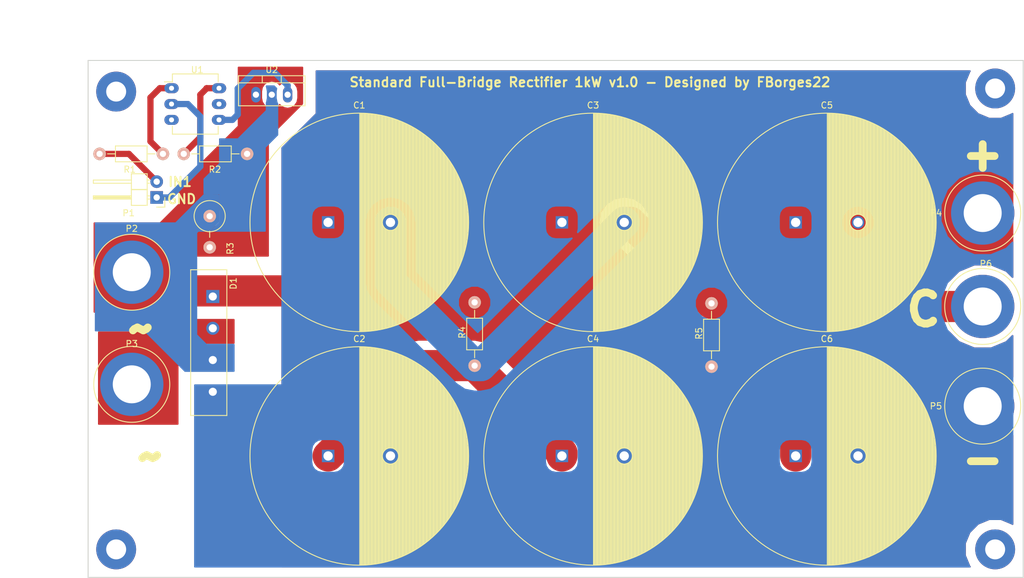
<source format=kicad_pcb>
(kicad_pcb (version 20171130) (host pcbnew "(5.0.0)")

  (general
    (thickness 1.6)
    (drawings 14)
    (tracks 63)
    (zones 0)
    (modules 24)
    (nets 12)
  )

  (page A4)
  (layers
    (0 F.Cu signal)
    (31 B.Cu signal)
    (32 B.Adhes user)
    (33 F.Adhes user)
    (34 B.Paste user)
    (35 F.Paste user)
    (36 B.SilkS user)
    (37 F.SilkS user)
    (38 B.Mask user)
    (39 F.Mask user)
    (40 Dwgs.User user)
    (41 Cmts.User user)
    (42 Eco1.User user)
    (43 Eco2.User user)
    (44 Edge.Cuts user)
    (45 Margin user)
    (46 B.CrtYd user)
    (47 F.CrtYd user)
    (48 B.Fab user)
    (49 F.Fab user)
  )

  (setup
    (last_trace_width 1)
    (trace_clearance 0.2)
    (zone_clearance 1)
    (zone_45_only no)
    (trace_min 0.2)
    (segment_width 0.2)
    (edge_width 0.15)
    (via_size 0.6)
    (via_drill 0.4)
    (via_min_size 0.4)
    (via_min_drill 0.3)
    (uvia_size 0.3)
    (uvia_drill 0.1)
    (uvias_allowed no)
    (uvia_min_size 0.2)
    (uvia_min_drill 0.1)
    (pcb_text_width 0.3)
    (pcb_text_size 1.5 1.5)
    (mod_edge_width 0.15)
    (mod_text_size 1 1)
    (mod_text_width 0.15)
    (pad_size 1.524 1.524)
    (pad_drill 0.762)
    (pad_to_mask_clearance 0.2)
    (aux_axis_origin 0 0)
    (visible_elements 7FFFEFFF)
    (pcbplotparams
      (layerselection 0x010e0_80000001)
      (usegerberextensions false)
      (usegerberattributes false)
      (usegerberadvancedattributes false)
      (creategerberjobfile false)
      (excludeedgelayer true)
      (linewidth 0.100000)
      (plotframeref false)
      (viasonmask false)
      (mode 1)
      (useauxorigin false)
      (hpglpennumber 1)
      (hpglpenspeed 20)
      (hpglpendiameter 15.000000)
      (psnegative false)
      (psa4output false)
      (plotreference true)
      (plotvalue true)
      (plotinvisibletext false)
      (padsonsilk false)
      (subtractmaskfromsilk false)
      (outputformat 1)
      (mirror false)
      (drillshape 0)
      (scaleselection 1)
      (outputdirectory "../../../../Desktop/ACDCPowerRectifier/"))
  )

  (net 0 "")
  (net 1 "Net-(C1-Pad1)")
  (net 2 "Net-(C1-Pad2)")
  (net 3 "Net-(C2-Pad2)")
  (net 4 "Net-(D1-Pad2)")
  (net 5 "Net-(D1-Pad4)")
  (net 6 GND)
  (net 7 "Net-(P1-Pad2)")
  (net 8 "Net-(P2-Pad1)")
  (net 9 "Net-(R1-Pad1)")
  (net 10 "Net-(R2-Pad2)")
  (net 11 "Net-(U1-Pad4)")

  (net_class Default "This is the default net class."
    (clearance 0.2)
    (trace_width 1)
    (via_dia 0.6)
    (via_drill 0.4)
    (uvia_dia 0.3)
    (uvia_drill 0.1)
    (add_net GND)
    (add_net "Net-(C1-Pad1)")
    (add_net "Net-(C2-Pad2)")
    (add_net "Net-(D1-Pad2)")
    (add_net "Net-(D1-Pad4)")
    (add_net "Net-(P1-Pad2)")
    (add_net "Net-(P2-Pad1)")
    (add_net "Net-(R1-Pad1)")
    (add_net "Net-(R2-Pad2)")
    (add_net "Net-(U1-Pad4)")
  )

  (net_class CapLink ""
    (clearance 0.2)
    (trace_width 5)
    (via_dia 0.6)
    (via_drill 0.4)
    (uvia_dia 0.3)
    (uvia_drill 0.1)
    (add_net "Net-(C1-Pad2)")
  )

  (module Mounting_Holes:MountingHole_3.2mm_M3_Pad (layer F.Cu) (tedit 58532604) (tstamp 5852DC78)
    (at 212 73)
    (descr "Mounting Hole 3.2mm, M3")
    (tags "mounting hole 3.2mm m3")
    (fp_text reference MH3 (at 0 4.5) (layer F.SilkS) hide
      (effects (font (size 1 1) (thickness 0.15)))
    )
    (fp_text value "" (at 0 4.2) (layer F.Fab)
      (effects (font (size 1 1) (thickness 0.15)))
    )
    (fp_circle (center 0 0) (end 3.2 0) (layer Cmts.User) (width 0.15))
    (fp_circle (center 0 0) (end 3.45 0) (layer F.CrtYd) (width 0.05))
    (pad 1 thru_hole circle (at 0 0) (size 6.4 6.4) (drill 3.2) (layers *.Cu *.Mask))
  )

  (module Mounting_Holes:MountingHole_3.2mm_M3_Pad (layer F.Cu) (tedit 5853260C) (tstamp 5852DC74)
    (at 212 147)
    (descr "Mounting Hole 3.2mm, M3")
    (tags "mounting hole 3.2mm m3")
    (fp_text reference MH4 (at 0 -4.2) (layer F.SilkS) hide
      (effects (font (size 1 1) (thickness 0.15)))
    )
    (fp_text value "" (at 0 4.2) (layer F.Fab)
      (effects (font (size 1 1) (thickness 0.15)))
    )
    (fp_circle (center 0 0) (end 3.2 0) (layer Cmts.User) (width 0.15))
    (fp_circle (center 0 0) (end 3.45 0) (layer F.CrtYd) (width 0.05))
    (pad 1 thru_hole circle (at 0 0) (size 6.4 6.4) (drill 3.2) (layers *.Cu *.Mask))
  )

  (module Mounting_Holes:MountingHole_3.2mm_M3_Pad (layer F.Cu) (tedit 585325FE) (tstamp 5852DC6E)
    (at 71 147)
    (descr "Mounting Hole 3.2mm, M3")
    (tags "mounting hole 3.2mm m3")
    (fp_text reference MH2 (at 0 -4.2) (layer F.SilkS) hide
      (effects (font (size 1 1) (thickness 0.15)))
    )
    (fp_text value "" (at 0 4.2) (layer F.Fab)
      (effects (font (size 1 1) (thickness 0.15)))
    )
    (fp_circle (center 0 0) (end 3.2 0) (layer Cmts.User) (width 0.15))
    (fp_circle (center 0 0) (end 3.45 0) (layer F.CrtYd) (width 0.05))
    (pad 1 thru_hole circle (at 0 0) (size 6.4 6.4) (drill 3.2) (layers *.Cu *.Mask))
  )

  (module Capacitors_ThroughHole:C_Radial_D35_L51_P10 (layer F.Cu) (tedit 0) (tstamp 5852D9C5)
    (at 105 94.5)
    (descr "Radial Electrolytic Capacitor Diameter 35mm x Length 51mm, Pitch 10mm")
    (tags "Electrolytic Capacitor")
    (path /5852097B)
    (fp_text reference C1 (at 5 -18.8) (layer F.SilkS)
      (effects (font (size 1 1) (thickness 0.15)))
    )
    (fp_text value 1000uF (at 5 18.8) (layer F.Fab)
      (effects (font (size 1 1) (thickness 0.15)))
    )
    (fp_line (start 5.075 -17.5) (end 5.075 17.5) (layer F.SilkS) (width 0.15))
    (fp_line (start 5.215 -17.499) (end 5.215 17.499) (layer F.SilkS) (width 0.15))
    (fp_line (start 5.355 -17.496) (end 5.355 17.496) (layer F.SilkS) (width 0.15))
    (fp_line (start 5.495 -17.493) (end 5.495 17.493) (layer F.SilkS) (width 0.15))
    (fp_line (start 5.635 -17.488) (end 5.635 17.488) (layer F.SilkS) (width 0.15))
    (fp_line (start 5.775 -17.483) (end 5.775 17.483) (layer F.SilkS) (width 0.15))
    (fp_line (start 5.915 -17.476) (end 5.915 17.476) (layer F.SilkS) (width 0.15))
    (fp_line (start 6.055 -17.468) (end 6.055 17.468) (layer F.SilkS) (width 0.15))
    (fp_line (start 6.195 -17.459) (end 6.195 17.459) (layer F.SilkS) (width 0.15))
    (fp_line (start 6.335 -17.449) (end 6.335 17.449) (layer F.SilkS) (width 0.15))
    (fp_line (start 6.475 -17.438) (end 6.475 17.438) (layer F.SilkS) (width 0.15))
    (fp_line (start 6.615 -17.425) (end 6.615 17.425) (layer F.SilkS) (width 0.15))
    (fp_line (start 6.755 -17.412) (end 6.755 17.412) (layer F.SilkS) (width 0.15))
    (fp_line (start 6.895 -17.397) (end 6.895 17.397) (layer F.SilkS) (width 0.15))
    (fp_line (start 7.035 -17.381) (end 7.035 17.381) (layer F.SilkS) (width 0.15))
    (fp_line (start 7.175 -17.364) (end 7.175 17.364) (layer F.SilkS) (width 0.15))
    (fp_line (start 7.315 -17.346) (end 7.315 17.346) (layer F.SilkS) (width 0.15))
    (fp_line (start 7.455 -17.327) (end 7.455 17.327) (layer F.SilkS) (width 0.15))
    (fp_line (start 7.595 -17.307) (end 7.595 17.307) (layer F.SilkS) (width 0.15))
    (fp_line (start 7.735 -17.285) (end 7.735 17.285) (layer F.SilkS) (width 0.15))
    (fp_line (start 7.875 -17.262) (end 7.875 17.262) (layer F.SilkS) (width 0.15))
    (fp_line (start 8.015 -17.238) (end 8.015 17.238) (layer F.SilkS) (width 0.15))
    (fp_line (start 8.155 -17.213) (end 8.155 17.213) (layer F.SilkS) (width 0.15))
    (fp_line (start 8.295 -17.187) (end 8.295 17.187) (layer F.SilkS) (width 0.15))
    (fp_line (start 8.435 -17.16) (end 8.435 17.16) (layer F.SilkS) (width 0.15))
    (fp_line (start 8.575 -17.131) (end 8.575 17.131) (layer F.SilkS) (width 0.15))
    (fp_line (start 8.715 -17.101) (end 8.715 -0.197) (layer F.SilkS) (width 0.15))
    (fp_line (start 8.715 0.197) (end 8.715 17.101) (layer F.SilkS) (width 0.15))
    (fp_line (start 8.855 -17.07) (end 8.855 -0.616) (layer F.SilkS) (width 0.15))
    (fp_line (start 8.855 0.616) (end 8.855 17.07) (layer F.SilkS) (width 0.15))
    (fp_line (start 8.995 -17.038) (end 8.995 -0.825) (layer F.SilkS) (width 0.15))
    (fp_line (start 8.995 0.825) (end 8.995 17.038) (layer F.SilkS) (width 0.15))
    (fp_line (start 9.135 -17.004) (end 9.135 -0.97) (layer F.SilkS) (width 0.15))
    (fp_line (start 9.135 0.97) (end 9.135 17.004) (layer F.SilkS) (width 0.15))
    (fp_line (start 9.275 -16.97) (end 9.275 -1.079) (layer F.SilkS) (width 0.15))
    (fp_line (start 9.275 1.079) (end 9.275 16.97) (layer F.SilkS) (width 0.15))
    (fp_line (start 9.415 -16.934) (end 9.415 -1.161) (layer F.SilkS) (width 0.15))
    (fp_line (start 9.415 1.161) (end 9.415 16.934) (layer F.SilkS) (width 0.15))
    (fp_line (start 9.555 -16.897) (end 9.555 -1.221) (layer F.SilkS) (width 0.15))
    (fp_line (start 9.555 1.221) (end 9.555 16.897) (layer F.SilkS) (width 0.15))
    (fp_line (start 9.695 -16.858) (end 9.695 -1.264) (layer F.SilkS) (width 0.15))
    (fp_line (start 9.695 1.264) (end 9.695 16.858) (layer F.SilkS) (width 0.15))
    (fp_line (start 9.835 -16.819) (end 9.835 -1.289) (layer F.SilkS) (width 0.15))
    (fp_line (start 9.835 1.289) (end 9.835 16.819) (layer F.SilkS) (width 0.15))
    (fp_line (start 9.975 -16.778) (end 9.975 -1.3) (layer F.SilkS) (width 0.15))
    (fp_line (start 9.975 1.3) (end 9.975 16.778) (layer F.SilkS) (width 0.15))
    (fp_line (start 10.115 -16.736) (end 10.115 -1.295) (layer F.SilkS) (width 0.15))
    (fp_line (start 10.115 1.295) (end 10.115 16.736) (layer F.SilkS) (width 0.15))
    (fp_line (start 10.255 -16.692) (end 10.255 -1.275) (layer F.SilkS) (width 0.15))
    (fp_line (start 10.255 1.275) (end 10.255 16.692) (layer F.SilkS) (width 0.15))
    (fp_line (start 10.395 -16.648) (end 10.395 -1.239) (layer F.SilkS) (width 0.15))
    (fp_line (start 10.395 1.239) (end 10.395 16.648) (layer F.SilkS) (width 0.15))
    (fp_line (start 10.535 -16.602) (end 10.535 -1.185) (layer F.SilkS) (width 0.15))
    (fp_line (start 10.535 1.185) (end 10.535 16.602) (layer F.SilkS) (width 0.15))
    (fp_line (start 10.675 -16.554) (end 10.675 -1.111) (layer F.SilkS) (width 0.15))
    (fp_line (start 10.675 1.111) (end 10.675 16.554) (layer F.SilkS) (width 0.15))
    (fp_line (start 10.815 -16.506) (end 10.815 -1.013) (layer F.SilkS) (width 0.15))
    (fp_line (start 10.815 1.013) (end 10.815 16.506) (layer F.SilkS) (width 0.15))
    (fp_line (start 10.955 -16.456) (end 10.955 -0.882) (layer F.SilkS) (width 0.15))
    (fp_line (start 10.955 0.882) (end 10.955 16.456) (layer F.SilkS) (width 0.15))
    (fp_line (start 11.095 -16.404) (end 11.095 -0.701) (layer F.SilkS) (width 0.15))
    (fp_line (start 11.095 0.701) (end 11.095 16.404) (layer F.SilkS) (width 0.15))
    (fp_line (start 11.235 -16.352) (end 11.235 -0.406) (layer F.SilkS) (width 0.15))
    (fp_line (start 11.235 0.406) (end 11.235 16.352) (layer F.SilkS) (width 0.15))
    (fp_line (start 11.375 -16.298) (end 11.375 16.298) (layer F.SilkS) (width 0.15))
    (fp_line (start 11.515 -16.242) (end 11.515 16.242) (layer F.SilkS) (width 0.15))
    (fp_line (start 11.655 -16.185) (end 11.655 16.185) (layer F.SilkS) (width 0.15))
    (fp_line (start 11.795 -16.127) (end 11.795 16.127) (layer F.SilkS) (width 0.15))
    (fp_line (start 11.935 -16.067) (end 11.935 16.067) (layer F.SilkS) (width 0.15))
    (fp_line (start 12.075 -16.006) (end 12.075 16.006) (layer F.SilkS) (width 0.15))
    (fp_line (start 12.215 -15.943) (end 12.215 15.943) (layer F.SilkS) (width 0.15))
    (fp_line (start 12.355 -15.879) (end 12.355 15.879) (layer F.SilkS) (width 0.15))
    (fp_line (start 12.495 -15.814) (end 12.495 15.814) (layer F.SilkS) (width 0.15))
    (fp_line (start 12.635 -15.747) (end 12.635 15.747) (layer F.SilkS) (width 0.15))
    (fp_line (start 12.775 -15.678) (end 12.775 15.678) (layer F.SilkS) (width 0.15))
    (fp_line (start 12.915 -15.608) (end 12.915 15.608) (layer F.SilkS) (width 0.15))
    (fp_line (start 13.055 -15.536) (end 13.055 15.536) (layer F.SilkS) (width 0.15))
    (fp_line (start 13.195 -15.463) (end 13.195 15.463) (layer F.SilkS) (width 0.15))
    (fp_line (start 13.335 -15.388) (end 13.335 15.388) (layer F.SilkS) (width 0.15))
    (fp_line (start 13.475 -15.311) (end 13.475 15.311) (layer F.SilkS) (width 0.15))
    (fp_line (start 13.615 -15.233) (end 13.615 15.233) (layer F.SilkS) (width 0.15))
    (fp_line (start 13.755 -15.153) (end 13.755 15.153) (layer F.SilkS) (width 0.15))
    (fp_line (start 13.895 -15.071) (end 13.895 15.071) (layer F.SilkS) (width 0.15))
    (fp_line (start 14.035 -14.987) (end 14.035 14.987) (layer F.SilkS) (width 0.15))
    (fp_line (start 14.175 -14.902) (end 14.175 14.902) (layer F.SilkS) (width 0.15))
    (fp_line (start 14.315 -14.815) (end 14.315 14.815) (layer F.SilkS) (width 0.15))
    (fp_line (start 14.455 -14.726) (end 14.455 14.726) (layer F.SilkS) (width 0.15))
    (fp_line (start 14.595 -14.635) (end 14.595 14.635) (layer F.SilkS) (width 0.15))
    (fp_line (start 14.735 -14.542) (end 14.735 14.542) (layer F.SilkS) (width 0.15))
    (fp_line (start 14.875 -14.448) (end 14.875 14.448) (layer F.SilkS) (width 0.15))
    (fp_line (start 15.015 -14.351) (end 15.015 14.351) (layer F.SilkS) (width 0.15))
    (fp_line (start 15.155 -14.252) (end 15.155 14.252) (layer F.SilkS) (width 0.15))
    (fp_line (start 15.295 -14.151) (end 15.295 14.151) (layer F.SilkS) (width 0.15))
    (fp_line (start 15.435 -14.049) (end 15.435 14.049) (layer F.SilkS) (width 0.15))
    (fp_line (start 15.575 -13.943) (end 15.575 13.943) (layer F.SilkS) (width 0.15))
    (fp_line (start 15.715 -13.836) (end 15.715 13.836) (layer F.SilkS) (width 0.15))
    (fp_line (start 15.855 -13.727) (end 15.855 13.727) (layer F.SilkS) (width 0.15))
    (fp_line (start 15.995 -13.615) (end 15.995 13.615) (layer F.SilkS) (width 0.15))
    (fp_line (start 16.135 -13.5) (end 16.135 13.5) (layer F.SilkS) (width 0.15))
    (fp_line (start 16.275 -13.384) (end 16.275 13.384) (layer F.SilkS) (width 0.15))
    (fp_line (start 16.415 -13.265) (end 16.415 13.265) (layer F.SilkS) (width 0.15))
    (fp_line (start 16.555 -13.143) (end 16.555 13.143) (layer F.SilkS) (width 0.15))
    (fp_line (start 16.695 -13.018) (end 16.695 13.018) (layer F.SilkS) (width 0.15))
    (fp_line (start 16.835 -12.891) (end 16.835 12.891) (layer F.SilkS) (width 0.15))
    (fp_line (start 16.975 -12.761) (end 16.975 12.761) (layer F.SilkS) (width 0.15))
    (fp_line (start 17.115 -12.628) (end 17.115 12.628) (layer F.SilkS) (width 0.15))
    (fp_line (start 17.255 -12.493) (end 17.255 12.493) (layer F.SilkS) (width 0.15))
    (fp_line (start 17.395 -12.354) (end 17.395 12.354) (layer F.SilkS) (width 0.15))
    (fp_line (start 17.535 -12.212) (end 17.535 12.212) (layer F.SilkS) (width 0.15))
    (fp_line (start 17.675 -12.066) (end 17.675 12.066) (layer F.SilkS) (width 0.15))
    (fp_line (start 17.815 -11.917) (end 17.815 11.917) (layer F.SilkS) (width 0.15))
    (fp_line (start 17.955 -11.765) (end 17.955 11.765) (layer F.SilkS) (width 0.15))
    (fp_line (start 18.095 -11.609) (end 18.095 11.609) (layer F.SilkS) (width 0.15))
    (fp_line (start 18.235 -11.449) (end 18.235 11.449) (layer F.SilkS) (width 0.15))
    (fp_line (start 18.375 -11.285) (end 18.375 11.285) (layer F.SilkS) (width 0.15))
    (fp_line (start 18.515 -11.117) (end 18.515 11.117) (layer F.SilkS) (width 0.15))
    (fp_line (start 18.655 -10.945) (end 18.655 10.945) (layer F.SilkS) (width 0.15))
    (fp_line (start 18.795 -10.768) (end 18.795 10.768) (layer F.SilkS) (width 0.15))
    (fp_line (start 18.935 -10.586) (end 18.935 10.586) (layer F.SilkS) (width 0.15))
    (fp_line (start 19.075 -10.399) (end 19.075 10.399) (layer F.SilkS) (width 0.15))
    (fp_line (start 19.215 -10.207) (end 19.215 10.207) (layer F.SilkS) (width 0.15))
    (fp_line (start 19.355 -10.009) (end 19.355 10.009) (layer F.SilkS) (width 0.15))
    (fp_line (start 19.495 -9.805) (end 19.495 9.805) (layer F.SilkS) (width 0.15))
    (fp_line (start 19.635 -9.595) (end 19.635 9.595) (layer F.SilkS) (width 0.15))
    (fp_line (start 19.775 -9.378) (end 19.775 9.378) (layer F.SilkS) (width 0.15))
    (fp_line (start 19.915 -9.154) (end 19.915 9.154) (layer F.SilkS) (width 0.15))
    (fp_line (start 20.055 -8.922) (end 20.055 8.922) (layer F.SilkS) (width 0.15))
    (fp_line (start 20.195 -8.681) (end 20.195 8.681) (layer F.SilkS) (width 0.15))
    (fp_line (start 20.335 -8.431) (end 20.335 8.431) (layer F.SilkS) (width 0.15))
    (fp_line (start 20.475 -8.172) (end 20.475 8.172) (layer F.SilkS) (width 0.15))
    (fp_line (start 20.615 -7.901) (end 20.615 7.901) (layer F.SilkS) (width 0.15))
    (fp_line (start 20.755 -7.618) (end 20.755 7.618) (layer F.SilkS) (width 0.15))
    (fp_line (start 20.895 -7.321) (end 20.895 7.321) (layer F.SilkS) (width 0.15))
    (fp_line (start 21.035 -7.009) (end 21.035 7.009) (layer F.SilkS) (width 0.15))
    (fp_line (start 21.175 -6.68) (end 21.175 6.68) (layer F.SilkS) (width 0.15))
    (fp_line (start 21.315 -6.33) (end 21.315 6.33) (layer F.SilkS) (width 0.15))
    (fp_line (start 21.455 -5.957) (end 21.455 5.957) (layer F.SilkS) (width 0.15))
    (fp_line (start 21.595 -5.555) (end 21.595 5.555) (layer F.SilkS) (width 0.15))
    (fp_line (start 21.735 -5.118) (end 21.735 5.118) (layer F.SilkS) (width 0.15))
    (fp_line (start 21.875 -4.635) (end 21.875 4.635) (layer F.SilkS) (width 0.15))
    (fp_line (start 22.015 -4.091) (end 22.015 4.091) (layer F.SilkS) (width 0.15))
    (fp_line (start 22.155 -3.458) (end 22.155 3.458) (layer F.SilkS) (width 0.15))
    (fp_line (start 22.295 -2.671) (end 22.295 2.671) (layer F.SilkS) (width 0.15))
    (fp_line (start 22.435 -1.507) (end 22.435 1.507) (layer F.SilkS) (width 0.15))
    (fp_circle (center 10 0) (end 10 -1.3) (layer F.SilkS) (width 0.15))
    (fp_circle (center 5 0) (end 5 -17.5375) (layer F.SilkS) (width 0.15))
    (fp_circle (center 5 0) (end 5 -17.8) (layer F.CrtYd) (width 0.05))
    (pad 1 thru_hole rect (at 0 0) (size 2 2) (drill 1.5) (layers *.Cu *.Mask)
      (net 1 "Net-(C1-Pad1)"))
    (pad 2 thru_hole circle (at 10 0) (size 2 2) (drill 1.5) (layers *.Cu *.Mask)
      (net 2 "Net-(C1-Pad2)"))
    (model Capacitors_ThroughHole.3dshapes/C_Radial_D35_L51_P10.wrl
      (offset (xyz 4.999989924907684 0 0))
      (scale (xyz 1 1 1))
      (rotate (xyz 0 0 90))
    )
    (model ${KISYS3DMOD}/Capacitor_THT.3dshapes/CP_Radial_D35.0mm_P10.00mm_SnapIn.wrl
      (at (xyz 0 0 0))
      (scale (xyz 1 1 1))
      (rotate (xyz 0 0 0))
    )
  )

  (module Capacitors_ThroughHole:C_Radial_D35_L51_P10 (layer F.Cu) (tedit 0) (tstamp 5852D9CB)
    (at 105 132)
    (descr "Radial Electrolytic Capacitor Diameter 35mm x Length 51mm, Pitch 10mm")
    (tags "Electrolytic Capacitor")
    (path /585209D2)
    (fp_text reference C2 (at 5 -18.8) (layer F.SilkS)
      (effects (font (size 1 1) (thickness 0.15)))
    )
    (fp_text value 1000uF (at 5 18.8) (layer F.Fab)
      (effects (font (size 1 1) (thickness 0.15)))
    )
    (fp_line (start 5.075 -17.5) (end 5.075 17.5) (layer F.SilkS) (width 0.15))
    (fp_line (start 5.215 -17.499) (end 5.215 17.499) (layer F.SilkS) (width 0.15))
    (fp_line (start 5.355 -17.496) (end 5.355 17.496) (layer F.SilkS) (width 0.15))
    (fp_line (start 5.495 -17.493) (end 5.495 17.493) (layer F.SilkS) (width 0.15))
    (fp_line (start 5.635 -17.488) (end 5.635 17.488) (layer F.SilkS) (width 0.15))
    (fp_line (start 5.775 -17.483) (end 5.775 17.483) (layer F.SilkS) (width 0.15))
    (fp_line (start 5.915 -17.476) (end 5.915 17.476) (layer F.SilkS) (width 0.15))
    (fp_line (start 6.055 -17.468) (end 6.055 17.468) (layer F.SilkS) (width 0.15))
    (fp_line (start 6.195 -17.459) (end 6.195 17.459) (layer F.SilkS) (width 0.15))
    (fp_line (start 6.335 -17.449) (end 6.335 17.449) (layer F.SilkS) (width 0.15))
    (fp_line (start 6.475 -17.438) (end 6.475 17.438) (layer F.SilkS) (width 0.15))
    (fp_line (start 6.615 -17.425) (end 6.615 17.425) (layer F.SilkS) (width 0.15))
    (fp_line (start 6.755 -17.412) (end 6.755 17.412) (layer F.SilkS) (width 0.15))
    (fp_line (start 6.895 -17.397) (end 6.895 17.397) (layer F.SilkS) (width 0.15))
    (fp_line (start 7.035 -17.381) (end 7.035 17.381) (layer F.SilkS) (width 0.15))
    (fp_line (start 7.175 -17.364) (end 7.175 17.364) (layer F.SilkS) (width 0.15))
    (fp_line (start 7.315 -17.346) (end 7.315 17.346) (layer F.SilkS) (width 0.15))
    (fp_line (start 7.455 -17.327) (end 7.455 17.327) (layer F.SilkS) (width 0.15))
    (fp_line (start 7.595 -17.307) (end 7.595 17.307) (layer F.SilkS) (width 0.15))
    (fp_line (start 7.735 -17.285) (end 7.735 17.285) (layer F.SilkS) (width 0.15))
    (fp_line (start 7.875 -17.262) (end 7.875 17.262) (layer F.SilkS) (width 0.15))
    (fp_line (start 8.015 -17.238) (end 8.015 17.238) (layer F.SilkS) (width 0.15))
    (fp_line (start 8.155 -17.213) (end 8.155 17.213) (layer F.SilkS) (width 0.15))
    (fp_line (start 8.295 -17.187) (end 8.295 17.187) (layer F.SilkS) (width 0.15))
    (fp_line (start 8.435 -17.16) (end 8.435 17.16) (layer F.SilkS) (width 0.15))
    (fp_line (start 8.575 -17.131) (end 8.575 17.131) (layer F.SilkS) (width 0.15))
    (fp_line (start 8.715 -17.101) (end 8.715 -0.197) (layer F.SilkS) (width 0.15))
    (fp_line (start 8.715 0.197) (end 8.715 17.101) (layer F.SilkS) (width 0.15))
    (fp_line (start 8.855 -17.07) (end 8.855 -0.616) (layer F.SilkS) (width 0.15))
    (fp_line (start 8.855 0.616) (end 8.855 17.07) (layer F.SilkS) (width 0.15))
    (fp_line (start 8.995 -17.038) (end 8.995 -0.825) (layer F.SilkS) (width 0.15))
    (fp_line (start 8.995 0.825) (end 8.995 17.038) (layer F.SilkS) (width 0.15))
    (fp_line (start 9.135 -17.004) (end 9.135 -0.97) (layer F.SilkS) (width 0.15))
    (fp_line (start 9.135 0.97) (end 9.135 17.004) (layer F.SilkS) (width 0.15))
    (fp_line (start 9.275 -16.97) (end 9.275 -1.079) (layer F.SilkS) (width 0.15))
    (fp_line (start 9.275 1.079) (end 9.275 16.97) (layer F.SilkS) (width 0.15))
    (fp_line (start 9.415 -16.934) (end 9.415 -1.161) (layer F.SilkS) (width 0.15))
    (fp_line (start 9.415 1.161) (end 9.415 16.934) (layer F.SilkS) (width 0.15))
    (fp_line (start 9.555 -16.897) (end 9.555 -1.221) (layer F.SilkS) (width 0.15))
    (fp_line (start 9.555 1.221) (end 9.555 16.897) (layer F.SilkS) (width 0.15))
    (fp_line (start 9.695 -16.858) (end 9.695 -1.264) (layer F.SilkS) (width 0.15))
    (fp_line (start 9.695 1.264) (end 9.695 16.858) (layer F.SilkS) (width 0.15))
    (fp_line (start 9.835 -16.819) (end 9.835 -1.289) (layer F.SilkS) (width 0.15))
    (fp_line (start 9.835 1.289) (end 9.835 16.819) (layer F.SilkS) (width 0.15))
    (fp_line (start 9.975 -16.778) (end 9.975 -1.3) (layer F.SilkS) (width 0.15))
    (fp_line (start 9.975 1.3) (end 9.975 16.778) (layer F.SilkS) (width 0.15))
    (fp_line (start 10.115 -16.736) (end 10.115 -1.295) (layer F.SilkS) (width 0.15))
    (fp_line (start 10.115 1.295) (end 10.115 16.736) (layer F.SilkS) (width 0.15))
    (fp_line (start 10.255 -16.692) (end 10.255 -1.275) (layer F.SilkS) (width 0.15))
    (fp_line (start 10.255 1.275) (end 10.255 16.692) (layer F.SilkS) (width 0.15))
    (fp_line (start 10.395 -16.648) (end 10.395 -1.239) (layer F.SilkS) (width 0.15))
    (fp_line (start 10.395 1.239) (end 10.395 16.648) (layer F.SilkS) (width 0.15))
    (fp_line (start 10.535 -16.602) (end 10.535 -1.185) (layer F.SilkS) (width 0.15))
    (fp_line (start 10.535 1.185) (end 10.535 16.602) (layer F.SilkS) (width 0.15))
    (fp_line (start 10.675 -16.554) (end 10.675 -1.111) (layer F.SilkS) (width 0.15))
    (fp_line (start 10.675 1.111) (end 10.675 16.554) (layer F.SilkS) (width 0.15))
    (fp_line (start 10.815 -16.506) (end 10.815 -1.013) (layer F.SilkS) (width 0.15))
    (fp_line (start 10.815 1.013) (end 10.815 16.506) (layer F.SilkS) (width 0.15))
    (fp_line (start 10.955 -16.456) (end 10.955 -0.882) (layer F.SilkS) (width 0.15))
    (fp_line (start 10.955 0.882) (end 10.955 16.456) (layer F.SilkS) (width 0.15))
    (fp_line (start 11.095 -16.404) (end 11.095 -0.701) (layer F.SilkS) (width 0.15))
    (fp_line (start 11.095 0.701) (end 11.095 16.404) (layer F.SilkS) (width 0.15))
    (fp_line (start 11.235 -16.352) (end 11.235 -0.406) (layer F.SilkS) (width 0.15))
    (fp_line (start 11.235 0.406) (end 11.235 16.352) (layer F.SilkS) (width 0.15))
    (fp_line (start 11.375 -16.298) (end 11.375 16.298) (layer F.SilkS) (width 0.15))
    (fp_line (start 11.515 -16.242) (end 11.515 16.242) (layer F.SilkS) (width 0.15))
    (fp_line (start 11.655 -16.185) (end 11.655 16.185) (layer F.SilkS) (width 0.15))
    (fp_line (start 11.795 -16.127) (end 11.795 16.127) (layer F.SilkS) (width 0.15))
    (fp_line (start 11.935 -16.067) (end 11.935 16.067) (layer F.SilkS) (width 0.15))
    (fp_line (start 12.075 -16.006) (end 12.075 16.006) (layer F.SilkS) (width 0.15))
    (fp_line (start 12.215 -15.943) (end 12.215 15.943) (layer F.SilkS) (width 0.15))
    (fp_line (start 12.355 -15.879) (end 12.355 15.879) (layer F.SilkS) (width 0.15))
    (fp_line (start 12.495 -15.814) (end 12.495 15.814) (layer F.SilkS) (width 0.15))
    (fp_line (start 12.635 -15.747) (end 12.635 15.747) (layer F.SilkS) (width 0.15))
    (fp_line (start 12.775 -15.678) (end 12.775 15.678) (layer F.SilkS) (width 0.15))
    (fp_line (start 12.915 -15.608) (end 12.915 15.608) (layer F.SilkS) (width 0.15))
    (fp_line (start 13.055 -15.536) (end 13.055 15.536) (layer F.SilkS) (width 0.15))
    (fp_line (start 13.195 -15.463) (end 13.195 15.463) (layer F.SilkS) (width 0.15))
    (fp_line (start 13.335 -15.388) (end 13.335 15.388) (layer F.SilkS) (width 0.15))
    (fp_line (start 13.475 -15.311) (end 13.475 15.311) (layer F.SilkS) (width 0.15))
    (fp_line (start 13.615 -15.233) (end 13.615 15.233) (layer F.SilkS) (width 0.15))
    (fp_line (start 13.755 -15.153) (end 13.755 15.153) (layer F.SilkS) (width 0.15))
    (fp_line (start 13.895 -15.071) (end 13.895 15.071) (layer F.SilkS) (width 0.15))
    (fp_line (start 14.035 -14.987) (end 14.035 14.987) (layer F.SilkS) (width 0.15))
    (fp_line (start 14.175 -14.902) (end 14.175 14.902) (layer F.SilkS) (width 0.15))
    (fp_line (start 14.315 -14.815) (end 14.315 14.815) (layer F.SilkS) (width 0.15))
    (fp_line (start 14.455 -14.726) (end 14.455 14.726) (layer F.SilkS) (width 0.15))
    (fp_line (start 14.595 -14.635) (end 14.595 14.635) (layer F.SilkS) (width 0.15))
    (fp_line (start 14.735 -14.542) (end 14.735 14.542) (layer F.SilkS) (width 0.15))
    (fp_line (start 14.875 -14.448) (end 14.875 14.448) (layer F.SilkS) (width 0.15))
    (fp_line (start 15.015 -14.351) (end 15.015 14.351) (layer F.SilkS) (width 0.15))
    (fp_line (start 15.155 -14.252) (end 15.155 14.252) (layer F.SilkS) (width 0.15))
    (fp_line (start 15.295 -14.151) (end 15.295 14.151) (layer F.SilkS) (width 0.15))
    (fp_line (start 15.435 -14.049) (end 15.435 14.049) (layer F.SilkS) (width 0.15))
    (fp_line (start 15.575 -13.943) (end 15.575 13.943) (layer F.SilkS) (width 0.15))
    (fp_line (start 15.715 -13.836) (end 15.715 13.836) (layer F.SilkS) (width 0.15))
    (fp_line (start 15.855 -13.727) (end 15.855 13.727) (layer F.SilkS) (width 0.15))
    (fp_line (start 15.995 -13.615) (end 15.995 13.615) (layer F.SilkS) (width 0.15))
    (fp_line (start 16.135 -13.5) (end 16.135 13.5) (layer F.SilkS) (width 0.15))
    (fp_line (start 16.275 -13.384) (end 16.275 13.384) (layer F.SilkS) (width 0.15))
    (fp_line (start 16.415 -13.265) (end 16.415 13.265) (layer F.SilkS) (width 0.15))
    (fp_line (start 16.555 -13.143) (end 16.555 13.143) (layer F.SilkS) (width 0.15))
    (fp_line (start 16.695 -13.018) (end 16.695 13.018) (layer F.SilkS) (width 0.15))
    (fp_line (start 16.835 -12.891) (end 16.835 12.891) (layer F.SilkS) (width 0.15))
    (fp_line (start 16.975 -12.761) (end 16.975 12.761) (layer F.SilkS) (width 0.15))
    (fp_line (start 17.115 -12.628) (end 17.115 12.628) (layer F.SilkS) (width 0.15))
    (fp_line (start 17.255 -12.493) (end 17.255 12.493) (layer F.SilkS) (width 0.15))
    (fp_line (start 17.395 -12.354) (end 17.395 12.354) (layer F.SilkS) (width 0.15))
    (fp_line (start 17.535 -12.212) (end 17.535 12.212) (layer F.SilkS) (width 0.15))
    (fp_line (start 17.675 -12.066) (end 17.675 12.066) (layer F.SilkS) (width 0.15))
    (fp_line (start 17.815 -11.917) (end 17.815 11.917) (layer F.SilkS) (width 0.15))
    (fp_line (start 17.955 -11.765) (end 17.955 11.765) (layer F.SilkS) (width 0.15))
    (fp_line (start 18.095 -11.609) (end 18.095 11.609) (layer F.SilkS) (width 0.15))
    (fp_line (start 18.235 -11.449) (end 18.235 11.449) (layer F.SilkS) (width 0.15))
    (fp_line (start 18.375 -11.285) (end 18.375 11.285) (layer F.SilkS) (width 0.15))
    (fp_line (start 18.515 -11.117) (end 18.515 11.117) (layer F.SilkS) (width 0.15))
    (fp_line (start 18.655 -10.945) (end 18.655 10.945) (layer F.SilkS) (width 0.15))
    (fp_line (start 18.795 -10.768) (end 18.795 10.768) (layer F.SilkS) (width 0.15))
    (fp_line (start 18.935 -10.586) (end 18.935 10.586) (layer F.SilkS) (width 0.15))
    (fp_line (start 19.075 -10.399) (end 19.075 10.399) (layer F.SilkS) (width 0.15))
    (fp_line (start 19.215 -10.207) (end 19.215 10.207) (layer F.SilkS) (width 0.15))
    (fp_line (start 19.355 -10.009) (end 19.355 10.009) (layer F.SilkS) (width 0.15))
    (fp_line (start 19.495 -9.805) (end 19.495 9.805) (layer F.SilkS) (width 0.15))
    (fp_line (start 19.635 -9.595) (end 19.635 9.595) (layer F.SilkS) (width 0.15))
    (fp_line (start 19.775 -9.378) (end 19.775 9.378) (layer F.SilkS) (width 0.15))
    (fp_line (start 19.915 -9.154) (end 19.915 9.154) (layer F.SilkS) (width 0.15))
    (fp_line (start 20.055 -8.922) (end 20.055 8.922) (layer F.SilkS) (width 0.15))
    (fp_line (start 20.195 -8.681) (end 20.195 8.681) (layer F.SilkS) (width 0.15))
    (fp_line (start 20.335 -8.431) (end 20.335 8.431) (layer F.SilkS) (width 0.15))
    (fp_line (start 20.475 -8.172) (end 20.475 8.172) (layer F.SilkS) (width 0.15))
    (fp_line (start 20.615 -7.901) (end 20.615 7.901) (layer F.SilkS) (width 0.15))
    (fp_line (start 20.755 -7.618) (end 20.755 7.618) (layer F.SilkS) (width 0.15))
    (fp_line (start 20.895 -7.321) (end 20.895 7.321) (layer F.SilkS) (width 0.15))
    (fp_line (start 21.035 -7.009) (end 21.035 7.009) (layer F.SilkS) (width 0.15))
    (fp_line (start 21.175 -6.68) (end 21.175 6.68) (layer F.SilkS) (width 0.15))
    (fp_line (start 21.315 -6.33) (end 21.315 6.33) (layer F.SilkS) (width 0.15))
    (fp_line (start 21.455 -5.957) (end 21.455 5.957) (layer F.SilkS) (width 0.15))
    (fp_line (start 21.595 -5.555) (end 21.595 5.555) (layer F.SilkS) (width 0.15))
    (fp_line (start 21.735 -5.118) (end 21.735 5.118) (layer F.SilkS) (width 0.15))
    (fp_line (start 21.875 -4.635) (end 21.875 4.635) (layer F.SilkS) (width 0.15))
    (fp_line (start 22.015 -4.091) (end 22.015 4.091) (layer F.SilkS) (width 0.15))
    (fp_line (start 22.155 -3.458) (end 22.155 3.458) (layer F.SilkS) (width 0.15))
    (fp_line (start 22.295 -2.671) (end 22.295 2.671) (layer F.SilkS) (width 0.15))
    (fp_line (start 22.435 -1.507) (end 22.435 1.507) (layer F.SilkS) (width 0.15))
    (fp_circle (center 10 0) (end 10 -1.3) (layer F.SilkS) (width 0.15))
    (fp_circle (center 5 0) (end 5 -17.5375) (layer F.SilkS) (width 0.15))
    (fp_circle (center 5 0) (end 5 -17.8) (layer F.CrtYd) (width 0.05))
    (pad 1 thru_hole rect (at 0 0) (size 2 2) (drill 1.5) (layers *.Cu *.Mask)
      (net 2 "Net-(C1-Pad2)"))
    (pad 2 thru_hole circle (at 10 0) (size 2 2) (drill 1.5) (layers *.Cu *.Mask)
      (net 3 "Net-(C2-Pad2)"))
    (model Capacitors_ThroughHole.3dshapes/C_Radial_D35_L51_P10.wrl
      (offset (xyz 4.999989924907684 0 0))
      (scale (xyz 1 1 1))
      (rotate (xyz 0 0 90))
    )
    (model ${KISYS3DMOD}/Capacitor_THT.3dshapes/CP_Radial_D35.0mm_P10.00mm_SnapIn.wrl
      (at (xyz 0 0 0))
      (scale (xyz 1 1 1))
      (rotate (xyz 0 0 0))
    )
  )

  (module Capacitors_ThroughHole:C_Radial_D35_L51_P10 (layer F.Cu) (tedit 0) (tstamp 5852D9D1)
    (at 142.5 94.5)
    (descr "Radial Electrolytic Capacitor Diameter 35mm x Length 51mm, Pitch 10mm")
    (tags "Electrolytic Capacitor")
    (path /58520A69)
    (fp_text reference C3 (at 5 -18.8) (layer F.SilkS)
      (effects (font (size 1 1) (thickness 0.15)))
    )
    (fp_text value 1000uF (at 5 18.8) (layer F.Fab)
      (effects (font (size 1 1) (thickness 0.15)))
    )
    (fp_line (start 5.075 -17.5) (end 5.075 17.5) (layer F.SilkS) (width 0.15))
    (fp_line (start 5.215 -17.499) (end 5.215 17.499) (layer F.SilkS) (width 0.15))
    (fp_line (start 5.355 -17.496) (end 5.355 17.496) (layer F.SilkS) (width 0.15))
    (fp_line (start 5.495 -17.493) (end 5.495 17.493) (layer F.SilkS) (width 0.15))
    (fp_line (start 5.635 -17.488) (end 5.635 17.488) (layer F.SilkS) (width 0.15))
    (fp_line (start 5.775 -17.483) (end 5.775 17.483) (layer F.SilkS) (width 0.15))
    (fp_line (start 5.915 -17.476) (end 5.915 17.476) (layer F.SilkS) (width 0.15))
    (fp_line (start 6.055 -17.468) (end 6.055 17.468) (layer F.SilkS) (width 0.15))
    (fp_line (start 6.195 -17.459) (end 6.195 17.459) (layer F.SilkS) (width 0.15))
    (fp_line (start 6.335 -17.449) (end 6.335 17.449) (layer F.SilkS) (width 0.15))
    (fp_line (start 6.475 -17.438) (end 6.475 17.438) (layer F.SilkS) (width 0.15))
    (fp_line (start 6.615 -17.425) (end 6.615 17.425) (layer F.SilkS) (width 0.15))
    (fp_line (start 6.755 -17.412) (end 6.755 17.412) (layer F.SilkS) (width 0.15))
    (fp_line (start 6.895 -17.397) (end 6.895 17.397) (layer F.SilkS) (width 0.15))
    (fp_line (start 7.035 -17.381) (end 7.035 17.381) (layer F.SilkS) (width 0.15))
    (fp_line (start 7.175 -17.364) (end 7.175 17.364) (layer F.SilkS) (width 0.15))
    (fp_line (start 7.315 -17.346) (end 7.315 17.346) (layer F.SilkS) (width 0.15))
    (fp_line (start 7.455 -17.327) (end 7.455 17.327) (layer F.SilkS) (width 0.15))
    (fp_line (start 7.595 -17.307) (end 7.595 17.307) (layer F.SilkS) (width 0.15))
    (fp_line (start 7.735 -17.285) (end 7.735 17.285) (layer F.SilkS) (width 0.15))
    (fp_line (start 7.875 -17.262) (end 7.875 17.262) (layer F.SilkS) (width 0.15))
    (fp_line (start 8.015 -17.238) (end 8.015 17.238) (layer F.SilkS) (width 0.15))
    (fp_line (start 8.155 -17.213) (end 8.155 17.213) (layer F.SilkS) (width 0.15))
    (fp_line (start 8.295 -17.187) (end 8.295 17.187) (layer F.SilkS) (width 0.15))
    (fp_line (start 8.435 -17.16) (end 8.435 17.16) (layer F.SilkS) (width 0.15))
    (fp_line (start 8.575 -17.131) (end 8.575 17.131) (layer F.SilkS) (width 0.15))
    (fp_line (start 8.715 -17.101) (end 8.715 -0.197) (layer F.SilkS) (width 0.15))
    (fp_line (start 8.715 0.197) (end 8.715 17.101) (layer F.SilkS) (width 0.15))
    (fp_line (start 8.855 -17.07) (end 8.855 -0.616) (layer F.SilkS) (width 0.15))
    (fp_line (start 8.855 0.616) (end 8.855 17.07) (layer F.SilkS) (width 0.15))
    (fp_line (start 8.995 -17.038) (end 8.995 -0.825) (layer F.SilkS) (width 0.15))
    (fp_line (start 8.995 0.825) (end 8.995 17.038) (layer F.SilkS) (width 0.15))
    (fp_line (start 9.135 -17.004) (end 9.135 -0.97) (layer F.SilkS) (width 0.15))
    (fp_line (start 9.135 0.97) (end 9.135 17.004) (layer F.SilkS) (width 0.15))
    (fp_line (start 9.275 -16.97) (end 9.275 -1.079) (layer F.SilkS) (width 0.15))
    (fp_line (start 9.275 1.079) (end 9.275 16.97) (layer F.SilkS) (width 0.15))
    (fp_line (start 9.415 -16.934) (end 9.415 -1.161) (layer F.SilkS) (width 0.15))
    (fp_line (start 9.415 1.161) (end 9.415 16.934) (layer F.SilkS) (width 0.15))
    (fp_line (start 9.555 -16.897) (end 9.555 -1.221) (layer F.SilkS) (width 0.15))
    (fp_line (start 9.555 1.221) (end 9.555 16.897) (layer F.SilkS) (width 0.15))
    (fp_line (start 9.695 -16.858) (end 9.695 -1.264) (layer F.SilkS) (width 0.15))
    (fp_line (start 9.695 1.264) (end 9.695 16.858) (layer F.SilkS) (width 0.15))
    (fp_line (start 9.835 -16.819) (end 9.835 -1.289) (layer F.SilkS) (width 0.15))
    (fp_line (start 9.835 1.289) (end 9.835 16.819) (layer F.SilkS) (width 0.15))
    (fp_line (start 9.975 -16.778) (end 9.975 -1.3) (layer F.SilkS) (width 0.15))
    (fp_line (start 9.975 1.3) (end 9.975 16.778) (layer F.SilkS) (width 0.15))
    (fp_line (start 10.115 -16.736) (end 10.115 -1.295) (layer F.SilkS) (width 0.15))
    (fp_line (start 10.115 1.295) (end 10.115 16.736) (layer F.SilkS) (width 0.15))
    (fp_line (start 10.255 -16.692) (end 10.255 -1.275) (layer F.SilkS) (width 0.15))
    (fp_line (start 10.255 1.275) (end 10.255 16.692) (layer F.SilkS) (width 0.15))
    (fp_line (start 10.395 -16.648) (end 10.395 -1.239) (layer F.SilkS) (width 0.15))
    (fp_line (start 10.395 1.239) (end 10.395 16.648) (layer F.SilkS) (width 0.15))
    (fp_line (start 10.535 -16.602) (end 10.535 -1.185) (layer F.SilkS) (width 0.15))
    (fp_line (start 10.535 1.185) (end 10.535 16.602) (layer F.SilkS) (width 0.15))
    (fp_line (start 10.675 -16.554) (end 10.675 -1.111) (layer F.SilkS) (width 0.15))
    (fp_line (start 10.675 1.111) (end 10.675 16.554) (layer F.SilkS) (width 0.15))
    (fp_line (start 10.815 -16.506) (end 10.815 -1.013) (layer F.SilkS) (width 0.15))
    (fp_line (start 10.815 1.013) (end 10.815 16.506) (layer F.SilkS) (width 0.15))
    (fp_line (start 10.955 -16.456) (end 10.955 -0.882) (layer F.SilkS) (width 0.15))
    (fp_line (start 10.955 0.882) (end 10.955 16.456) (layer F.SilkS) (width 0.15))
    (fp_line (start 11.095 -16.404) (end 11.095 -0.701) (layer F.SilkS) (width 0.15))
    (fp_line (start 11.095 0.701) (end 11.095 16.404) (layer F.SilkS) (width 0.15))
    (fp_line (start 11.235 -16.352) (end 11.235 -0.406) (layer F.SilkS) (width 0.15))
    (fp_line (start 11.235 0.406) (end 11.235 16.352) (layer F.SilkS) (width 0.15))
    (fp_line (start 11.375 -16.298) (end 11.375 16.298) (layer F.SilkS) (width 0.15))
    (fp_line (start 11.515 -16.242) (end 11.515 16.242) (layer F.SilkS) (width 0.15))
    (fp_line (start 11.655 -16.185) (end 11.655 16.185) (layer F.SilkS) (width 0.15))
    (fp_line (start 11.795 -16.127) (end 11.795 16.127) (layer F.SilkS) (width 0.15))
    (fp_line (start 11.935 -16.067) (end 11.935 16.067) (layer F.SilkS) (width 0.15))
    (fp_line (start 12.075 -16.006) (end 12.075 16.006) (layer F.SilkS) (width 0.15))
    (fp_line (start 12.215 -15.943) (end 12.215 15.943) (layer F.SilkS) (width 0.15))
    (fp_line (start 12.355 -15.879) (end 12.355 15.879) (layer F.SilkS) (width 0.15))
    (fp_line (start 12.495 -15.814) (end 12.495 15.814) (layer F.SilkS) (width 0.15))
    (fp_line (start 12.635 -15.747) (end 12.635 15.747) (layer F.SilkS) (width 0.15))
    (fp_line (start 12.775 -15.678) (end 12.775 15.678) (layer F.SilkS) (width 0.15))
    (fp_line (start 12.915 -15.608) (end 12.915 15.608) (layer F.SilkS) (width 0.15))
    (fp_line (start 13.055 -15.536) (end 13.055 15.536) (layer F.SilkS) (width 0.15))
    (fp_line (start 13.195 -15.463) (end 13.195 15.463) (layer F.SilkS) (width 0.15))
    (fp_line (start 13.335 -15.388) (end 13.335 15.388) (layer F.SilkS) (width 0.15))
    (fp_line (start 13.475 -15.311) (end 13.475 15.311) (layer F.SilkS) (width 0.15))
    (fp_line (start 13.615 -15.233) (end 13.615 15.233) (layer F.SilkS) (width 0.15))
    (fp_line (start 13.755 -15.153) (end 13.755 15.153) (layer F.SilkS) (width 0.15))
    (fp_line (start 13.895 -15.071) (end 13.895 15.071) (layer F.SilkS) (width 0.15))
    (fp_line (start 14.035 -14.987) (end 14.035 14.987) (layer F.SilkS) (width 0.15))
    (fp_line (start 14.175 -14.902) (end 14.175 14.902) (layer F.SilkS) (width 0.15))
    (fp_line (start 14.315 -14.815) (end 14.315 14.815) (layer F.SilkS) (width 0.15))
    (fp_line (start 14.455 -14.726) (end 14.455 14.726) (layer F.SilkS) (width 0.15))
    (fp_line (start 14.595 -14.635) (end 14.595 14.635) (layer F.SilkS) (width 0.15))
    (fp_line (start 14.735 -14.542) (end 14.735 14.542) (layer F.SilkS) (width 0.15))
    (fp_line (start 14.875 -14.448) (end 14.875 14.448) (layer F.SilkS) (width 0.15))
    (fp_line (start 15.015 -14.351) (end 15.015 14.351) (layer F.SilkS) (width 0.15))
    (fp_line (start 15.155 -14.252) (end 15.155 14.252) (layer F.SilkS) (width 0.15))
    (fp_line (start 15.295 -14.151) (end 15.295 14.151) (layer F.SilkS) (width 0.15))
    (fp_line (start 15.435 -14.049) (end 15.435 14.049) (layer F.SilkS) (width 0.15))
    (fp_line (start 15.575 -13.943) (end 15.575 13.943) (layer F.SilkS) (width 0.15))
    (fp_line (start 15.715 -13.836) (end 15.715 13.836) (layer F.SilkS) (width 0.15))
    (fp_line (start 15.855 -13.727) (end 15.855 13.727) (layer F.SilkS) (width 0.15))
    (fp_line (start 15.995 -13.615) (end 15.995 13.615) (layer F.SilkS) (width 0.15))
    (fp_line (start 16.135 -13.5) (end 16.135 13.5) (layer F.SilkS) (width 0.15))
    (fp_line (start 16.275 -13.384) (end 16.275 13.384) (layer F.SilkS) (width 0.15))
    (fp_line (start 16.415 -13.265) (end 16.415 13.265) (layer F.SilkS) (width 0.15))
    (fp_line (start 16.555 -13.143) (end 16.555 13.143) (layer F.SilkS) (width 0.15))
    (fp_line (start 16.695 -13.018) (end 16.695 13.018) (layer F.SilkS) (width 0.15))
    (fp_line (start 16.835 -12.891) (end 16.835 12.891) (layer F.SilkS) (width 0.15))
    (fp_line (start 16.975 -12.761) (end 16.975 12.761) (layer F.SilkS) (width 0.15))
    (fp_line (start 17.115 -12.628) (end 17.115 12.628) (layer F.SilkS) (width 0.15))
    (fp_line (start 17.255 -12.493) (end 17.255 12.493) (layer F.SilkS) (width 0.15))
    (fp_line (start 17.395 -12.354) (end 17.395 12.354) (layer F.SilkS) (width 0.15))
    (fp_line (start 17.535 -12.212) (end 17.535 12.212) (layer F.SilkS) (width 0.15))
    (fp_line (start 17.675 -12.066) (end 17.675 12.066) (layer F.SilkS) (width 0.15))
    (fp_line (start 17.815 -11.917) (end 17.815 11.917) (layer F.SilkS) (width 0.15))
    (fp_line (start 17.955 -11.765) (end 17.955 11.765) (layer F.SilkS) (width 0.15))
    (fp_line (start 18.095 -11.609) (end 18.095 11.609) (layer F.SilkS) (width 0.15))
    (fp_line (start 18.235 -11.449) (end 18.235 11.449) (layer F.SilkS) (width 0.15))
    (fp_line (start 18.375 -11.285) (end 18.375 11.285) (layer F.SilkS) (width 0.15))
    (fp_line (start 18.515 -11.117) (end 18.515 11.117) (layer F.SilkS) (width 0.15))
    (fp_line (start 18.655 -10.945) (end 18.655 10.945) (layer F.SilkS) (width 0.15))
    (fp_line (start 18.795 -10.768) (end 18.795 10.768) (layer F.SilkS) (width 0.15))
    (fp_line (start 18.935 -10.586) (end 18.935 10.586) (layer F.SilkS) (width 0.15))
    (fp_line (start 19.075 -10.399) (end 19.075 10.399) (layer F.SilkS) (width 0.15))
    (fp_line (start 19.215 -10.207) (end 19.215 10.207) (layer F.SilkS) (width 0.15))
    (fp_line (start 19.355 -10.009) (end 19.355 10.009) (layer F.SilkS) (width 0.15))
    (fp_line (start 19.495 -9.805) (end 19.495 9.805) (layer F.SilkS) (width 0.15))
    (fp_line (start 19.635 -9.595) (end 19.635 9.595) (layer F.SilkS) (width 0.15))
    (fp_line (start 19.775 -9.378) (end 19.775 9.378) (layer F.SilkS) (width 0.15))
    (fp_line (start 19.915 -9.154) (end 19.915 9.154) (layer F.SilkS) (width 0.15))
    (fp_line (start 20.055 -8.922) (end 20.055 8.922) (layer F.SilkS) (width 0.15))
    (fp_line (start 20.195 -8.681) (end 20.195 8.681) (layer F.SilkS) (width 0.15))
    (fp_line (start 20.335 -8.431) (end 20.335 8.431) (layer F.SilkS) (width 0.15))
    (fp_line (start 20.475 -8.172) (end 20.475 8.172) (layer F.SilkS) (width 0.15))
    (fp_line (start 20.615 -7.901) (end 20.615 7.901) (layer F.SilkS) (width 0.15))
    (fp_line (start 20.755 -7.618) (end 20.755 7.618) (layer F.SilkS) (width 0.15))
    (fp_line (start 20.895 -7.321) (end 20.895 7.321) (layer F.SilkS) (width 0.15))
    (fp_line (start 21.035 -7.009) (end 21.035 7.009) (layer F.SilkS) (width 0.15))
    (fp_line (start 21.175 -6.68) (end 21.175 6.68) (layer F.SilkS) (width 0.15))
    (fp_line (start 21.315 -6.33) (end 21.315 6.33) (layer F.SilkS) (width 0.15))
    (fp_line (start 21.455 -5.957) (end 21.455 5.957) (layer F.SilkS) (width 0.15))
    (fp_line (start 21.595 -5.555) (end 21.595 5.555) (layer F.SilkS) (width 0.15))
    (fp_line (start 21.735 -5.118) (end 21.735 5.118) (layer F.SilkS) (width 0.15))
    (fp_line (start 21.875 -4.635) (end 21.875 4.635) (layer F.SilkS) (width 0.15))
    (fp_line (start 22.015 -4.091) (end 22.015 4.091) (layer F.SilkS) (width 0.15))
    (fp_line (start 22.155 -3.458) (end 22.155 3.458) (layer F.SilkS) (width 0.15))
    (fp_line (start 22.295 -2.671) (end 22.295 2.671) (layer F.SilkS) (width 0.15))
    (fp_line (start 22.435 -1.507) (end 22.435 1.507) (layer F.SilkS) (width 0.15))
    (fp_circle (center 10 0) (end 10 -1.3) (layer F.SilkS) (width 0.15))
    (fp_circle (center 5 0) (end 5 -17.5375) (layer F.SilkS) (width 0.15))
    (fp_circle (center 5 0) (end 5 -17.8) (layer F.CrtYd) (width 0.05))
    (pad 1 thru_hole rect (at 0 0) (size 2 2) (drill 1.5) (layers *.Cu *.Mask)
      (net 1 "Net-(C1-Pad1)"))
    (pad 2 thru_hole circle (at 10 0) (size 2 2) (drill 1.5) (layers *.Cu *.Mask)
      (net 2 "Net-(C1-Pad2)"))
    (model Capacitors_ThroughHole.3dshapes/C_Radial_D35_L51_P10.wrl
      (offset (xyz 4.999989924907684 0 0))
      (scale (xyz 1 1 1))
      (rotate (xyz 0 0 90))
    )
    (model ${KISYS3DMOD}/Capacitor_THT.3dshapes/CP_Radial_D35.0mm_P10.00mm_SnapIn.wrl
      (at (xyz 0 0 0))
      (scale (xyz 1 1 1))
      (rotate (xyz 0 0 0))
    )
  )

  (module Capacitors_ThroughHole:C_Radial_D35_L51_P10 (layer F.Cu) (tedit 0) (tstamp 5852D9D7)
    (at 142.5 132)
    (descr "Radial Electrolytic Capacitor Diameter 35mm x Length 51mm, Pitch 10mm")
    (tags "Electrolytic Capacitor")
    (path /58520AC2)
    (fp_text reference C4 (at 5 -18.8) (layer F.SilkS)
      (effects (font (size 1 1) (thickness 0.15)))
    )
    (fp_text value 1000uF (at 5 18.8) (layer F.Fab)
      (effects (font (size 1 1) (thickness 0.15)))
    )
    (fp_line (start 5.075 -17.5) (end 5.075 17.5) (layer F.SilkS) (width 0.15))
    (fp_line (start 5.215 -17.499) (end 5.215 17.499) (layer F.SilkS) (width 0.15))
    (fp_line (start 5.355 -17.496) (end 5.355 17.496) (layer F.SilkS) (width 0.15))
    (fp_line (start 5.495 -17.493) (end 5.495 17.493) (layer F.SilkS) (width 0.15))
    (fp_line (start 5.635 -17.488) (end 5.635 17.488) (layer F.SilkS) (width 0.15))
    (fp_line (start 5.775 -17.483) (end 5.775 17.483) (layer F.SilkS) (width 0.15))
    (fp_line (start 5.915 -17.476) (end 5.915 17.476) (layer F.SilkS) (width 0.15))
    (fp_line (start 6.055 -17.468) (end 6.055 17.468) (layer F.SilkS) (width 0.15))
    (fp_line (start 6.195 -17.459) (end 6.195 17.459) (layer F.SilkS) (width 0.15))
    (fp_line (start 6.335 -17.449) (end 6.335 17.449) (layer F.SilkS) (width 0.15))
    (fp_line (start 6.475 -17.438) (end 6.475 17.438) (layer F.SilkS) (width 0.15))
    (fp_line (start 6.615 -17.425) (end 6.615 17.425) (layer F.SilkS) (width 0.15))
    (fp_line (start 6.755 -17.412) (end 6.755 17.412) (layer F.SilkS) (width 0.15))
    (fp_line (start 6.895 -17.397) (end 6.895 17.397) (layer F.SilkS) (width 0.15))
    (fp_line (start 7.035 -17.381) (end 7.035 17.381) (layer F.SilkS) (width 0.15))
    (fp_line (start 7.175 -17.364) (end 7.175 17.364) (layer F.SilkS) (width 0.15))
    (fp_line (start 7.315 -17.346) (end 7.315 17.346) (layer F.SilkS) (width 0.15))
    (fp_line (start 7.455 -17.327) (end 7.455 17.327) (layer F.SilkS) (width 0.15))
    (fp_line (start 7.595 -17.307) (end 7.595 17.307) (layer F.SilkS) (width 0.15))
    (fp_line (start 7.735 -17.285) (end 7.735 17.285) (layer F.SilkS) (width 0.15))
    (fp_line (start 7.875 -17.262) (end 7.875 17.262) (layer F.SilkS) (width 0.15))
    (fp_line (start 8.015 -17.238) (end 8.015 17.238) (layer F.SilkS) (width 0.15))
    (fp_line (start 8.155 -17.213) (end 8.155 17.213) (layer F.SilkS) (width 0.15))
    (fp_line (start 8.295 -17.187) (end 8.295 17.187) (layer F.SilkS) (width 0.15))
    (fp_line (start 8.435 -17.16) (end 8.435 17.16) (layer F.SilkS) (width 0.15))
    (fp_line (start 8.575 -17.131) (end 8.575 17.131) (layer F.SilkS) (width 0.15))
    (fp_line (start 8.715 -17.101) (end 8.715 -0.197) (layer F.SilkS) (width 0.15))
    (fp_line (start 8.715 0.197) (end 8.715 17.101) (layer F.SilkS) (width 0.15))
    (fp_line (start 8.855 -17.07) (end 8.855 -0.616) (layer F.SilkS) (width 0.15))
    (fp_line (start 8.855 0.616) (end 8.855 17.07) (layer F.SilkS) (width 0.15))
    (fp_line (start 8.995 -17.038) (end 8.995 -0.825) (layer F.SilkS) (width 0.15))
    (fp_line (start 8.995 0.825) (end 8.995 17.038) (layer F.SilkS) (width 0.15))
    (fp_line (start 9.135 -17.004) (end 9.135 -0.97) (layer F.SilkS) (width 0.15))
    (fp_line (start 9.135 0.97) (end 9.135 17.004) (layer F.SilkS) (width 0.15))
    (fp_line (start 9.275 -16.97) (end 9.275 -1.079) (layer F.SilkS) (width 0.15))
    (fp_line (start 9.275 1.079) (end 9.275 16.97) (layer F.SilkS) (width 0.15))
    (fp_line (start 9.415 -16.934) (end 9.415 -1.161) (layer F.SilkS) (width 0.15))
    (fp_line (start 9.415 1.161) (end 9.415 16.934) (layer F.SilkS) (width 0.15))
    (fp_line (start 9.555 -16.897) (end 9.555 -1.221) (layer F.SilkS) (width 0.15))
    (fp_line (start 9.555 1.221) (end 9.555 16.897) (layer F.SilkS) (width 0.15))
    (fp_line (start 9.695 -16.858) (end 9.695 -1.264) (layer F.SilkS) (width 0.15))
    (fp_line (start 9.695 1.264) (end 9.695 16.858) (layer F.SilkS) (width 0.15))
    (fp_line (start 9.835 -16.819) (end 9.835 -1.289) (layer F.SilkS) (width 0.15))
    (fp_line (start 9.835 1.289) (end 9.835 16.819) (layer F.SilkS) (width 0.15))
    (fp_line (start 9.975 -16.778) (end 9.975 -1.3) (layer F.SilkS) (width 0.15))
    (fp_line (start 9.975 1.3) (end 9.975 16.778) (layer F.SilkS) (width 0.15))
    (fp_line (start 10.115 -16.736) (end 10.115 -1.295) (layer F.SilkS) (width 0.15))
    (fp_line (start 10.115 1.295) (end 10.115 16.736) (layer F.SilkS) (width 0.15))
    (fp_line (start 10.255 -16.692) (end 10.255 -1.275) (layer F.SilkS) (width 0.15))
    (fp_line (start 10.255 1.275) (end 10.255 16.692) (layer F.SilkS) (width 0.15))
    (fp_line (start 10.395 -16.648) (end 10.395 -1.239) (layer F.SilkS) (width 0.15))
    (fp_line (start 10.395 1.239) (end 10.395 16.648) (layer F.SilkS) (width 0.15))
    (fp_line (start 10.535 -16.602) (end 10.535 -1.185) (layer F.SilkS) (width 0.15))
    (fp_line (start 10.535 1.185) (end 10.535 16.602) (layer F.SilkS) (width 0.15))
    (fp_line (start 10.675 -16.554) (end 10.675 -1.111) (layer F.SilkS) (width 0.15))
    (fp_line (start 10.675 1.111) (end 10.675 16.554) (layer F.SilkS) (width 0.15))
    (fp_line (start 10.815 -16.506) (end 10.815 -1.013) (layer F.SilkS) (width 0.15))
    (fp_line (start 10.815 1.013) (end 10.815 16.506) (layer F.SilkS) (width 0.15))
    (fp_line (start 10.955 -16.456) (end 10.955 -0.882) (layer F.SilkS) (width 0.15))
    (fp_line (start 10.955 0.882) (end 10.955 16.456) (layer F.SilkS) (width 0.15))
    (fp_line (start 11.095 -16.404) (end 11.095 -0.701) (layer F.SilkS) (width 0.15))
    (fp_line (start 11.095 0.701) (end 11.095 16.404) (layer F.SilkS) (width 0.15))
    (fp_line (start 11.235 -16.352) (end 11.235 -0.406) (layer F.SilkS) (width 0.15))
    (fp_line (start 11.235 0.406) (end 11.235 16.352) (layer F.SilkS) (width 0.15))
    (fp_line (start 11.375 -16.298) (end 11.375 16.298) (layer F.SilkS) (width 0.15))
    (fp_line (start 11.515 -16.242) (end 11.515 16.242) (layer F.SilkS) (width 0.15))
    (fp_line (start 11.655 -16.185) (end 11.655 16.185) (layer F.SilkS) (width 0.15))
    (fp_line (start 11.795 -16.127) (end 11.795 16.127) (layer F.SilkS) (width 0.15))
    (fp_line (start 11.935 -16.067) (end 11.935 16.067) (layer F.SilkS) (width 0.15))
    (fp_line (start 12.075 -16.006) (end 12.075 16.006) (layer F.SilkS) (width 0.15))
    (fp_line (start 12.215 -15.943) (end 12.215 15.943) (layer F.SilkS) (width 0.15))
    (fp_line (start 12.355 -15.879) (end 12.355 15.879) (layer F.SilkS) (width 0.15))
    (fp_line (start 12.495 -15.814) (end 12.495 15.814) (layer F.SilkS) (width 0.15))
    (fp_line (start 12.635 -15.747) (end 12.635 15.747) (layer F.SilkS) (width 0.15))
    (fp_line (start 12.775 -15.678) (end 12.775 15.678) (layer F.SilkS) (width 0.15))
    (fp_line (start 12.915 -15.608) (end 12.915 15.608) (layer F.SilkS) (width 0.15))
    (fp_line (start 13.055 -15.536) (end 13.055 15.536) (layer F.SilkS) (width 0.15))
    (fp_line (start 13.195 -15.463) (end 13.195 15.463) (layer F.SilkS) (width 0.15))
    (fp_line (start 13.335 -15.388) (end 13.335 15.388) (layer F.SilkS) (width 0.15))
    (fp_line (start 13.475 -15.311) (end 13.475 15.311) (layer F.SilkS) (width 0.15))
    (fp_line (start 13.615 -15.233) (end 13.615 15.233) (layer F.SilkS) (width 0.15))
    (fp_line (start 13.755 -15.153) (end 13.755 15.153) (layer F.SilkS) (width 0.15))
    (fp_line (start 13.895 -15.071) (end 13.895 15.071) (layer F.SilkS) (width 0.15))
    (fp_line (start 14.035 -14.987) (end 14.035 14.987) (layer F.SilkS) (width 0.15))
    (fp_line (start 14.175 -14.902) (end 14.175 14.902) (layer F.SilkS) (width 0.15))
    (fp_line (start 14.315 -14.815) (end 14.315 14.815) (layer F.SilkS) (width 0.15))
    (fp_line (start 14.455 -14.726) (end 14.455 14.726) (layer F.SilkS) (width 0.15))
    (fp_line (start 14.595 -14.635) (end 14.595 14.635) (layer F.SilkS) (width 0.15))
    (fp_line (start 14.735 -14.542) (end 14.735 14.542) (layer F.SilkS) (width 0.15))
    (fp_line (start 14.875 -14.448) (end 14.875 14.448) (layer F.SilkS) (width 0.15))
    (fp_line (start 15.015 -14.351) (end 15.015 14.351) (layer F.SilkS) (width 0.15))
    (fp_line (start 15.155 -14.252) (end 15.155 14.252) (layer F.SilkS) (width 0.15))
    (fp_line (start 15.295 -14.151) (end 15.295 14.151) (layer F.SilkS) (width 0.15))
    (fp_line (start 15.435 -14.049) (end 15.435 14.049) (layer F.SilkS) (width 0.15))
    (fp_line (start 15.575 -13.943) (end 15.575 13.943) (layer F.SilkS) (width 0.15))
    (fp_line (start 15.715 -13.836) (end 15.715 13.836) (layer F.SilkS) (width 0.15))
    (fp_line (start 15.855 -13.727) (end 15.855 13.727) (layer F.SilkS) (width 0.15))
    (fp_line (start 15.995 -13.615) (end 15.995 13.615) (layer F.SilkS) (width 0.15))
    (fp_line (start 16.135 -13.5) (end 16.135 13.5) (layer F.SilkS) (width 0.15))
    (fp_line (start 16.275 -13.384) (end 16.275 13.384) (layer F.SilkS) (width 0.15))
    (fp_line (start 16.415 -13.265) (end 16.415 13.265) (layer F.SilkS) (width 0.15))
    (fp_line (start 16.555 -13.143) (end 16.555 13.143) (layer F.SilkS) (width 0.15))
    (fp_line (start 16.695 -13.018) (end 16.695 13.018) (layer F.SilkS) (width 0.15))
    (fp_line (start 16.835 -12.891) (end 16.835 12.891) (layer F.SilkS) (width 0.15))
    (fp_line (start 16.975 -12.761) (end 16.975 12.761) (layer F.SilkS) (width 0.15))
    (fp_line (start 17.115 -12.628) (end 17.115 12.628) (layer F.SilkS) (width 0.15))
    (fp_line (start 17.255 -12.493) (end 17.255 12.493) (layer F.SilkS) (width 0.15))
    (fp_line (start 17.395 -12.354) (end 17.395 12.354) (layer F.SilkS) (width 0.15))
    (fp_line (start 17.535 -12.212) (end 17.535 12.212) (layer F.SilkS) (width 0.15))
    (fp_line (start 17.675 -12.066) (end 17.675 12.066) (layer F.SilkS) (width 0.15))
    (fp_line (start 17.815 -11.917) (end 17.815 11.917) (layer F.SilkS) (width 0.15))
    (fp_line (start 17.955 -11.765) (end 17.955 11.765) (layer F.SilkS) (width 0.15))
    (fp_line (start 18.095 -11.609) (end 18.095 11.609) (layer F.SilkS) (width 0.15))
    (fp_line (start 18.235 -11.449) (end 18.235 11.449) (layer F.SilkS) (width 0.15))
    (fp_line (start 18.375 -11.285) (end 18.375 11.285) (layer F.SilkS) (width 0.15))
    (fp_line (start 18.515 -11.117) (end 18.515 11.117) (layer F.SilkS) (width 0.15))
    (fp_line (start 18.655 -10.945) (end 18.655 10.945) (layer F.SilkS) (width 0.15))
    (fp_line (start 18.795 -10.768) (end 18.795 10.768) (layer F.SilkS) (width 0.15))
    (fp_line (start 18.935 -10.586) (end 18.935 10.586) (layer F.SilkS) (width 0.15))
    (fp_line (start 19.075 -10.399) (end 19.075 10.399) (layer F.SilkS) (width 0.15))
    (fp_line (start 19.215 -10.207) (end 19.215 10.207) (layer F.SilkS) (width 0.15))
    (fp_line (start 19.355 -10.009) (end 19.355 10.009) (layer F.SilkS) (width 0.15))
    (fp_line (start 19.495 -9.805) (end 19.495 9.805) (layer F.SilkS) (width 0.15))
    (fp_line (start 19.635 -9.595) (end 19.635 9.595) (layer F.SilkS) (width 0.15))
    (fp_line (start 19.775 -9.378) (end 19.775 9.378) (layer F.SilkS) (width 0.15))
    (fp_line (start 19.915 -9.154) (end 19.915 9.154) (layer F.SilkS) (width 0.15))
    (fp_line (start 20.055 -8.922) (end 20.055 8.922) (layer F.SilkS) (width 0.15))
    (fp_line (start 20.195 -8.681) (end 20.195 8.681) (layer F.SilkS) (width 0.15))
    (fp_line (start 20.335 -8.431) (end 20.335 8.431) (layer F.SilkS) (width 0.15))
    (fp_line (start 20.475 -8.172) (end 20.475 8.172) (layer F.SilkS) (width 0.15))
    (fp_line (start 20.615 -7.901) (end 20.615 7.901) (layer F.SilkS) (width 0.15))
    (fp_line (start 20.755 -7.618) (end 20.755 7.618) (layer F.SilkS) (width 0.15))
    (fp_line (start 20.895 -7.321) (end 20.895 7.321) (layer F.SilkS) (width 0.15))
    (fp_line (start 21.035 -7.009) (end 21.035 7.009) (layer F.SilkS) (width 0.15))
    (fp_line (start 21.175 -6.68) (end 21.175 6.68) (layer F.SilkS) (width 0.15))
    (fp_line (start 21.315 -6.33) (end 21.315 6.33) (layer F.SilkS) (width 0.15))
    (fp_line (start 21.455 -5.957) (end 21.455 5.957) (layer F.SilkS) (width 0.15))
    (fp_line (start 21.595 -5.555) (end 21.595 5.555) (layer F.SilkS) (width 0.15))
    (fp_line (start 21.735 -5.118) (end 21.735 5.118) (layer F.SilkS) (width 0.15))
    (fp_line (start 21.875 -4.635) (end 21.875 4.635) (layer F.SilkS) (width 0.15))
    (fp_line (start 22.015 -4.091) (end 22.015 4.091) (layer F.SilkS) (width 0.15))
    (fp_line (start 22.155 -3.458) (end 22.155 3.458) (layer F.SilkS) (width 0.15))
    (fp_line (start 22.295 -2.671) (end 22.295 2.671) (layer F.SilkS) (width 0.15))
    (fp_line (start 22.435 -1.507) (end 22.435 1.507) (layer F.SilkS) (width 0.15))
    (fp_circle (center 10 0) (end 10 -1.3) (layer F.SilkS) (width 0.15))
    (fp_circle (center 5 0) (end 5 -17.5375) (layer F.SilkS) (width 0.15))
    (fp_circle (center 5 0) (end 5 -17.8) (layer F.CrtYd) (width 0.05))
    (pad 1 thru_hole rect (at 0 0) (size 2 2) (drill 1.5) (layers *.Cu *.Mask)
      (net 2 "Net-(C1-Pad2)"))
    (pad 2 thru_hole circle (at 10 0) (size 2 2) (drill 1.5) (layers *.Cu *.Mask)
      (net 3 "Net-(C2-Pad2)"))
    (model Capacitors_ThroughHole.3dshapes/C_Radial_D35_L51_P10.wrl
      (offset (xyz 4.999989924907684 0 0))
      (scale (xyz 1 1 1))
      (rotate (xyz 0 0 90))
    )
    (model ${KISYS3DMOD}/Capacitor_THT.3dshapes/CP_Radial_D35.0mm_P10.00mm_SnapIn.wrl
      (at (xyz 0 0 0))
      (scale (xyz 1 1 1))
      (rotate (xyz 0 0 0))
    )
  )

  (module Capacitors_ThroughHole:C_Radial_D35_L51_P10 (layer F.Cu) (tedit 0) (tstamp 5852D9DD)
    (at 180 94.5)
    (descr "Radial Electrolytic Capacitor Diameter 35mm x Length 51mm, Pitch 10mm")
    (tags "Electrolytic Capacitor")
    (path /58520A95)
    (fp_text reference C5 (at 5 -18.8) (layer F.SilkS)
      (effects (font (size 1 1) (thickness 0.15)))
    )
    (fp_text value 1000uF (at 5 18.8) (layer F.Fab)
      (effects (font (size 1 1) (thickness 0.15)))
    )
    (fp_line (start 5.075 -17.5) (end 5.075 17.5) (layer F.SilkS) (width 0.15))
    (fp_line (start 5.215 -17.499) (end 5.215 17.499) (layer F.SilkS) (width 0.15))
    (fp_line (start 5.355 -17.496) (end 5.355 17.496) (layer F.SilkS) (width 0.15))
    (fp_line (start 5.495 -17.493) (end 5.495 17.493) (layer F.SilkS) (width 0.15))
    (fp_line (start 5.635 -17.488) (end 5.635 17.488) (layer F.SilkS) (width 0.15))
    (fp_line (start 5.775 -17.483) (end 5.775 17.483) (layer F.SilkS) (width 0.15))
    (fp_line (start 5.915 -17.476) (end 5.915 17.476) (layer F.SilkS) (width 0.15))
    (fp_line (start 6.055 -17.468) (end 6.055 17.468) (layer F.SilkS) (width 0.15))
    (fp_line (start 6.195 -17.459) (end 6.195 17.459) (layer F.SilkS) (width 0.15))
    (fp_line (start 6.335 -17.449) (end 6.335 17.449) (layer F.SilkS) (width 0.15))
    (fp_line (start 6.475 -17.438) (end 6.475 17.438) (layer F.SilkS) (width 0.15))
    (fp_line (start 6.615 -17.425) (end 6.615 17.425) (layer F.SilkS) (width 0.15))
    (fp_line (start 6.755 -17.412) (end 6.755 17.412) (layer F.SilkS) (width 0.15))
    (fp_line (start 6.895 -17.397) (end 6.895 17.397) (layer F.SilkS) (width 0.15))
    (fp_line (start 7.035 -17.381) (end 7.035 17.381) (layer F.SilkS) (width 0.15))
    (fp_line (start 7.175 -17.364) (end 7.175 17.364) (layer F.SilkS) (width 0.15))
    (fp_line (start 7.315 -17.346) (end 7.315 17.346) (layer F.SilkS) (width 0.15))
    (fp_line (start 7.455 -17.327) (end 7.455 17.327) (layer F.SilkS) (width 0.15))
    (fp_line (start 7.595 -17.307) (end 7.595 17.307) (layer F.SilkS) (width 0.15))
    (fp_line (start 7.735 -17.285) (end 7.735 17.285) (layer F.SilkS) (width 0.15))
    (fp_line (start 7.875 -17.262) (end 7.875 17.262) (layer F.SilkS) (width 0.15))
    (fp_line (start 8.015 -17.238) (end 8.015 17.238) (layer F.SilkS) (width 0.15))
    (fp_line (start 8.155 -17.213) (end 8.155 17.213) (layer F.SilkS) (width 0.15))
    (fp_line (start 8.295 -17.187) (end 8.295 17.187) (layer F.SilkS) (width 0.15))
    (fp_line (start 8.435 -17.16) (end 8.435 17.16) (layer F.SilkS) (width 0.15))
    (fp_line (start 8.575 -17.131) (end 8.575 17.131) (layer F.SilkS) (width 0.15))
    (fp_line (start 8.715 -17.101) (end 8.715 -0.197) (layer F.SilkS) (width 0.15))
    (fp_line (start 8.715 0.197) (end 8.715 17.101) (layer F.SilkS) (width 0.15))
    (fp_line (start 8.855 -17.07) (end 8.855 -0.616) (layer F.SilkS) (width 0.15))
    (fp_line (start 8.855 0.616) (end 8.855 17.07) (layer F.SilkS) (width 0.15))
    (fp_line (start 8.995 -17.038) (end 8.995 -0.825) (layer F.SilkS) (width 0.15))
    (fp_line (start 8.995 0.825) (end 8.995 17.038) (layer F.SilkS) (width 0.15))
    (fp_line (start 9.135 -17.004) (end 9.135 -0.97) (layer F.SilkS) (width 0.15))
    (fp_line (start 9.135 0.97) (end 9.135 17.004) (layer F.SilkS) (width 0.15))
    (fp_line (start 9.275 -16.97) (end 9.275 -1.079) (layer F.SilkS) (width 0.15))
    (fp_line (start 9.275 1.079) (end 9.275 16.97) (layer F.SilkS) (width 0.15))
    (fp_line (start 9.415 -16.934) (end 9.415 -1.161) (layer F.SilkS) (width 0.15))
    (fp_line (start 9.415 1.161) (end 9.415 16.934) (layer F.SilkS) (width 0.15))
    (fp_line (start 9.555 -16.897) (end 9.555 -1.221) (layer F.SilkS) (width 0.15))
    (fp_line (start 9.555 1.221) (end 9.555 16.897) (layer F.SilkS) (width 0.15))
    (fp_line (start 9.695 -16.858) (end 9.695 -1.264) (layer F.SilkS) (width 0.15))
    (fp_line (start 9.695 1.264) (end 9.695 16.858) (layer F.SilkS) (width 0.15))
    (fp_line (start 9.835 -16.819) (end 9.835 -1.289) (layer F.SilkS) (width 0.15))
    (fp_line (start 9.835 1.289) (end 9.835 16.819) (layer F.SilkS) (width 0.15))
    (fp_line (start 9.975 -16.778) (end 9.975 -1.3) (layer F.SilkS) (width 0.15))
    (fp_line (start 9.975 1.3) (end 9.975 16.778) (layer F.SilkS) (width 0.15))
    (fp_line (start 10.115 -16.736) (end 10.115 -1.295) (layer F.SilkS) (width 0.15))
    (fp_line (start 10.115 1.295) (end 10.115 16.736) (layer F.SilkS) (width 0.15))
    (fp_line (start 10.255 -16.692) (end 10.255 -1.275) (layer F.SilkS) (width 0.15))
    (fp_line (start 10.255 1.275) (end 10.255 16.692) (layer F.SilkS) (width 0.15))
    (fp_line (start 10.395 -16.648) (end 10.395 -1.239) (layer F.SilkS) (width 0.15))
    (fp_line (start 10.395 1.239) (end 10.395 16.648) (layer F.SilkS) (width 0.15))
    (fp_line (start 10.535 -16.602) (end 10.535 -1.185) (layer F.SilkS) (width 0.15))
    (fp_line (start 10.535 1.185) (end 10.535 16.602) (layer F.SilkS) (width 0.15))
    (fp_line (start 10.675 -16.554) (end 10.675 -1.111) (layer F.SilkS) (width 0.15))
    (fp_line (start 10.675 1.111) (end 10.675 16.554) (layer F.SilkS) (width 0.15))
    (fp_line (start 10.815 -16.506) (end 10.815 -1.013) (layer F.SilkS) (width 0.15))
    (fp_line (start 10.815 1.013) (end 10.815 16.506) (layer F.SilkS) (width 0.15))
    (fp_line (start 10.955 -16.456) (end 10.955 -0.882) (layer F.SilkS) (width 0.15))
    (fp_line (start 10.955 0.882) (end 10.955 16.456) (layer F.SilkS) (width 0.15))
    (fp_line (start 11.095 -16.404) (end 11.095 -0.701) (layer F.SilkS) (width 0.15))
    (fp_line (start 11.095 0.701) (end 11.095 16.404) (layer F.SilkS) (width 0.15))
    (fp_line (start 11.235 -16.352) (end 11.235 -0.406) (layer F.SilkS) (width 0.15))
    (fp_line (start 11.235 0.406) (end 11.235 16.352) (layer F.SilkS) (width 0.15))
    (fp_line (start 11.375 -16.298) (end 11.375 16.298) (layer F.SilkS) (width 0.15))
    (fp_line (start 11.515 -16.242) (end 11.515 16.242) (layer F.SilkS) (width 0.15))
    (fp_line (start 11.655 -16.185) (end 11.655 16.185) (layer F.SilkS) (width 0.15))
    (fp_line (start 11.795 -16.127) (end 11.795 16.127) (layer F.SilkS) (width 0.15))
    (fp_line (start 11.935 -16.067) (end 11.935 16.067) (layer F.SilkS) (width 0.15))
    (fp_line (start 12.075 -16.006) (end 12.075 16.006) (layer F.SilkS) (width 0.15))
    (fp_line (start 12.215 -15.943) (end 12.215 15.943) (layer F.SilkS) (width 0.15))
    (fp_line (start 12.355 -15.879) (end 12.355 15.879) (layer F.SilkS) (width 0.15))
    (fp_line (start 12.495 -15.814) (end 12.495 15.814) (layer F.SilkS) (width 0.15))
    (fp_line (start 12.635 -15.747) (end 12.635 15.747) (layer F.SilkS) (width 0.15))
    (fp_line (start 12.775 -15.678) (end 12.775 15.678) (layer F.SilkS) (width 0.15))
    (fp_line (start 12.915 -15.608) (end 12.915 15.608) (layer F.SilkS) (width 0.15))
    (fp_line (start 13.055 -15.536) (end 13.055 15.536) (layer F.SilkS) (width 0.15))
    (fp_line (start 13.195 -15.463) (end 13.195 15.463) (layer F.SilkS) (width 0.15))
    (fp_line (start 13.335 -15.388) (end 13.335 15.388) (layer F.SilkS) (width 0.15))
    (fp_line (start 13.475 -15.311) (end 13.475 15.311) (layer F.SilkS) (width 0.15))
    (fp_line (start 13.615 -15.233) (end 13.615 15.233) (layer F.SilkS) (width 0.15))
    (fp_line (start 13.755 -15.153) (end 13.755 15.153) (layer F.SilkS) (width 0.15))
    (fp_line (start 13.895 -15.071) (end 13.895 15.071) (layer F.SilkS) (width 0.15))
    (fp_line (start 14.035 -14.987) (end 14.035 14.987) (layer F.SilkS) (width 0.15))
    (fp_line (start 14.175 -14.902) (end 14.175 14.902) (layer F.SilkS) (width 0.15))
    (fp_line (start 14.315 -14.815) (end 14.315 14.815) (layer F.SilkS) (width 0.15))
    (fp_line (start 14.455 -14.726) (end 14.455 14.726) (layer F.SilkS) (width 0.15))
    (fp_line (start 14.595 -14.635) (end 14.595 14.635) (layer F.SilkS) (width 0.15))
    (fp_line (start 14.735 -14.542) (end 14.735 14.542) (layer F.SilkS) (width 0.15))
    (fp_line (start 14.875 -14.448) (end 14.875 14.448) (layer F.SilkS) (width 0.15))
    (fp_line (start 15.015 -14.351) (end 15.015 14.351) (layer F.SilkS) (width 0.15))
    (fp_line (start 15.155 -14.252) (end 15.155 14.252) (layer F.SilkS) (width 0.15))
    (fp_line (start 15.295 -14.151) (end 15.295 14.151) (layer F.SilkS) (width 0.15))
    (fp_line (start 15.435 -14.049) (end 15.435 14.049) (layer F.SilkS) (width 0.15))
    (fp_line (start 15.575 -13.943) (end 15.575 13.943) (layer F.SilkS) (width 0.15))
    (fp_line (start 15.715 -13.836) (end 15.715 13.836) (layer F.SilkS) (width 0.15))
    (fp_line (start 15.855 -13.727) (end 15.855 13.727) (layer F.SilkS) (width 0.15))
    (fp_line (start 15.995 -13.615) (end 15.995 13.615) (layer F.SilkS) (width 0.15))
    (fp_line (start 16.135 -13.5) (end 16.135 13.5) (layer F.SilkS) (width 0.15))
    (fp_line (start 16.275 -13.384) (end 16.275 13.384) (layer F.SilkS) (width 0.15))
    (fp_line (start 16.415 -13.265) (end 16.415 13.265) (layer F.SilkS) (width 0.15))
    (fp_line (start 16.555 -13.143) (end 16.555 13.143) (layer F.SilkS) (width 0.15))
    (fp_line (start 16.695 -13.018) (end 16.695 13.018) (layer F.SilkS) (width 0.15))
    (fp_line (start 16.835 -12.891) (end 16.835 12.891) (layer F.SilkS) (width 0.15))
    (fp_line (start 16.975 -12.761) (end 16.975 12.761) (layer F.SilkS) (width 0.15))
    (fp_line (start 17.115 -12.628) (end 17.115 12.628) (layer F.SilkS) (width 0.15))
    (fp_line (start 17.255 -12.493) (end 17.255 12.493) (layer F.SilkS) (width 0.15))
    (fp_line (start 17.395 -12.354) (end 17.395 12.354) (layer F.SilkS) (width 0.15))
    (fp_line (start 17.535 -12.212) (end 17.535 12.212) (layer F.SilkS) (width 0.15))
    (fp_line (start 17.675 -12.066) (end 17.675 12.066) (layer F.SilkS) (width 0.15))
    (fp_line (start 17.815 -11.917) (end 17.815 11.917) (layer F.SilkS) (width 0.15))
    (fp_line (start 17.955 -11.765) (end 17.955 11.765) (layer F.SilkS) (width 0.15))
    (fp_line (start 18.095 -11.609) (end 18.095 11.609) (layer F.SilkS) (width 0.15))
    (fp_line (start 18.235 -11.449) (end 18.235 11.449) (layer F.SilkS) (width 0.15))
    (fp_line (start 18.375 -11.285) (end 18.375 11.285) (layer F.SilkS) (width 0.15))
    (fp_line (start 18.515 -11.117) (end 18.515 11.117) (layer F.SilkS) (width 0.15))
    (fp_line (start 18.655 -10.945) (end 18.655 10.945) (layer F.SilkS) (width 0.15))
    (fp_line (start 18.795 -10.768) (end 18.795 10.768) (layer F.SilkS) (width 0.15))
    (fp_line (start 18.935 -10.586) (end 18.935 10.586) (layer F.SilkS) (width 0.15))
    (fp_line (start 19.075 -10.399) (end 19.075 10.399) (layer F.SilkS) (width 0.15))
    (fp_line (start 19.215 -10.207) (end 19.215 10.207) (layer F.SilkS) (width 0.15))
    (fp_line (start 19.355 -10.009) (end 19.355 10.009) (layer F.SilkS) (width 0.15))
    (fp_line (start 19.495 -9.805) (end 19.495 9.805) (layer F.SilkS) (width 0.15))
    (fp_line (start 19.635 -9.595) (end 19.635 9.595) (layer F.SilkS) (width 0.15))
    (fp_line (start 19.775 -9.378) (end 19.775 9.378) (layer F.SilkS) (width 0.15))
    (fp_line (start 19.915 -9.154) (end 19.915 9.154) (layer F.SilkS) (width 0.15))
    (fp_line (start 20.055 -8.922) (end 20.055 8.922) (layer F.SilkS) (width 0.15))
    (fp_line (start 20.195 -8.681) (end 20.195 8.681) (layer F.SilkS) (width 0.15))
    (fp_line (start 20.335 -8.431) (end 20.335 8.431) (layer F.SilkS) (width 0.15))
    (fp_line (start 20.475 -8.172) (end 20.475 8.172) (layer F.SilkS) (width 0.15))
    (fp_line (start 20.615 -7.901) (end 20.615 7.901) (layer F.SilkS) (width 0.15))
    (fp_line (start 20.755 -7.618) (end 20.755 7.618) (layer F.SilkS) (width 0.15))
    (fp_line (start 20.895 -7.321) (end 20.895 7.321) (layer F.SilkS) (width 0.15))
    (fp_line (start 21.035 -7.009) (end 21.035 7.009) (layer F.SilkS) (width 0.15))
    (fp_line (start 21.175 -6.68) (end 21.175 6.68) (layer F.SilkS) (width 0.15))
    (fp_line (start 21.315 -6.33) (end 21.315 6.33) (layer F.SilkS) (width 0.15))
    (fp_line (start 21.455 -5.957) (end 21.455 5.957) (layer F.SilkS) (width 0.15))
    (fp_line (start 21.595 -5.555) (end 21.595 5.555) (layer F.SilkS) (width 0.15))
    (fp_line (start 21.735 -5.118) (end 21.735 5.118) (layer F.SilkS) (width 0.15))
    (fp_line (start 21.875 -4.635) (end 21.875 4.635) (layer F.SilkS) (width 0.15))
    (fp_line (start 22.015 -4.091) (end 22.015 4.091) (layer F.SilkS) (width 0.15))
    (fp_line (start 22.155 -3.458) (end 22.155 3.458) (layer F.SilkS) (width 0.15))
    (fp_line (start 22.295 -2.671) (end 22.295 2.671) (layer F.SilkS) (width 0.15))
    (fp_line (start 22.435 -1.507) (end 22.435 1.507) (layer F.SilkS) (width 0.15))
    (fp_circle (center 10 0) (end 10 -1.3) (layer F.SilkS) (width 0.15))
    (fp_circle (center 5 0) (end 5 -17.5375) (layer F.SilkS) (width 0.15))
    (fp_circle (center 5 0) (end 5 -17.8) (layer F.CrtYd) (width 0.05))
    (pad 1 thru_hole rect (at 0 0) (size 2 2) (drill 1.5) (layers *.Cu *.Mask)
      (net 1 "Net-(C1-Pad1)"))
    (pad 2 thru_hole circle (at 10 0) (size 2 2) (drill 1.5) (layers *.Cu *.Mask)
      (net 2 "Net-(C1-Pad2)"))
    (model Capacitors_ThroughHole.3dshapes/C_Radial_D35_L51_P10.wrl
      (offset (xyz 4.999989924907684 0 0))
      (scale (xyz 1 1 1))
      (rotate (xyz 0 0 90))
    )
    (model ${KISYS3DMOD}/Capacitor_THT.3dshapes/CP_Radial_D35.0mm_P10.00mm_SnapIn.wrl
      (at (xyz 0 0 0))
      (scale (xyz 1 1 1))
      (rotate (xyz 0 0 0))
    )
  )

  (module Capacitors_ThroughHole:C_Radial_D35_L51_P10 (layer F.Cu) (tedit 0) (tstamp 5852D9E3)
    (at 180 132)
    (descr "Radial Electrolytic Capacitor Diameter 35mm x Length 51mm, Pitch 10mm")
    (tags "Electrolytic Capacitor")
    (path /58520AEC)
    (fp_text reference C6 (at 5 -18.8) (layer F.SilkS)
      (effects (font (size 1 1) (thickness 0.15)))
    )
    (fp_text value 1000uF (at 5 18.8) (layer F.Fab)
      (effects (font (size 1 1) (thickness 0.15)))
    )
    (fp_line (start 5.075 -17.5) (end 5.075 17.5) (layer F.SilkS) (width 0.15))
    (fp_line (start 5.215 -17.499) (end 5.215 17.499) (layer F.SilkS) (width 0.15))
    (fp_line (start 5.355 -17.496) (end 5.355 17.496) (layer F.SilkS) (width 0.15))
    (fp_line (start 5.495 -17.493) (end 5.495 17.493) (layer F.SilkS) (width 0.15))
    (fp_line (start 5.635 -17.488) (end 5.635 17.488) (layer F.SilkS) (width 0.15))
    (fp_line (start 5.775 -17.483) (end 5.775 17.483) (layer F.SilkS) (width 0.15))
    (fp_line (start 5.915 -17.476) (end 5.915 17.476) (layer F.SilkS) (width 0.15))
    (fp_line (start 6.055 -17.468) (end 6.055 17.468) (layer F.SilkS) (width 0.15))
    (fp_line (start 6.195 -17.459) (end 6.195 17.459) (layer F.SilkS) (width 0.15))
    (fp_line (start 6.335 -17.449) (end 6.335 17.449) (layer F.SilkS) (width 0.15))
    (fp_line (start 6.475 -17.438) (end 6.475 17.438) (layer F.SilkS) (width 0.15))
    (fp_line (start 6.615 -17.425) (end 6.615 17.425) (layer F.SilkS) (width 0.15))
    (fp_line (start 6.755 -17.412) (end 6.755 17.412) (layer F.SilkS) (width 0.15))
    (fp_line (start 6.895 -17.397) (end 6.895 17.397) (layer F.SilkS) (width 0.15))
    (fp_line (start 7.035 -17.381) (end 7.035 17.381) (layer F.SilkS) (width 0.15))
    (fp_line (start 7.175 -17.364) (end 7.175 17.364) (layer F.SilkS) (width 0.15))
    (fp_line (start 7.315 -17.346) (end 7.315 17.346) (layer F.SilkS) (width 0.15))
    (fp_line (start 7.455 -17.327) (end 7.455 17.327) (layer F.SilkS) (width 0.15))
    (fp_line (start 7.595 -17.307) (end 7.595 17.307) (layer F.SilkS) (width 0.15))
    (fp_line (start 7.735 -17.285) (end 7.735 17.285) (layer F.SilkS) (width 0.15))
    (fp_line (start 7.875 -17.262) (end 7.875 17.262) (layer F.SilkS) (width 0.15))
    (fp_line (start 8.015 -17.238) (end 8.015 17.238) (layer F.SilkS) (width 0.15))
    (fp_line (start 8.155 -17.213) (end 8.155 17.213) (layer F.SilkS) (width 0.15))
    (fp_line (start 8.295 -17.187) (end 8.295 17.187) (layer F.SilkS) (width 0.15))
    (fp_line (start 8.435 -17.16) (end 8.435 17.16) (layer F.SilkS) (width 0.15))
    (fp_line (start 8.575 -17.131) (end 8.575 17.131) (layer F.SilkS) (width 0.15))
    (fp_line (start 8.715 -17.101) (end 8.715 -0.197) (layer F.SilkS) (width 0.15))
    (fp_line (start 8.715 0.197) (end 8.715 17.101) (layer F.SilkS) (width 0.15))
    (fp_line (start 8.855 -17.07) (end 8.855 -0.616) (layer F.SilkS) (width 0.15))
    (fp_line (start 8.855 0.616) (end 8.855 17.07) (layer F.SilkS) (width 0.15))
    (fp_line (start 8.995 -17.038) (end 8.995 -0.825) (layer F.SilkS) (width 0.15))
    (fp_line (start 8.995 0.825) (end 8.995 17.038) (layer F.SilkS) (width 0.15))
    (fp_line (start 9.135 -17.004) (end 9.135 -0.97) (layer F.SilkS) (width 0.15))
    (fp_line (start 9.135 0.97) (end 9.135 17.004) (layer F.SilkS) (width 0.15))
    (fp_line (start 9.275 -16.97) (end 9.275 -1.079) (layer F.SilkS) (width 0.15))
    (fp_line (start 9.275 1.079) (end 9.275 16.97) (layer F.SilkS) (width 0.15))
    (fp_line (start 9.415 -16.934) (end 9.415 -1.161) (layer F.SilkS) (width 0.15))
    (fp_line (start 9.415 1.161) (end 9.415 16.934) (layer F.SilkS) (width 0.15))
    (fp_line (start 9.555 -16.897) (end 9.555 -1.221) (layer F.SilkS) (width 0.15))
    (fp_line (start 9.555 1.221) (end 9.555 16.897) (layer F.SilkS) (width 0.15))
    (fp_line (start 9.695 -16.858) (end 9.695 -1.264) (layer F.SilkS) (width 0.15))
    (fp_line (start 9.695 1.264) (end 9.695 16.858) (layer F.SilkS) (width 0.15))
    (fp_line (start 9.835 -16.819) (end 9.835 -1.289) (layer F.SilkS) (width 0.15))
    (fp_line (start 9.835 1.289) (end 9.835 16.819) (layer F.SilkS) (width 0.15))
    (fp_line (start 9.975 -16.778) (end 9.975 -1.3) (layer F.SilkS) (width 0.15))
    (fp_line (start 9.975 1.3) (end 9.975 16.778) (layer F.SilkS) (width 0.15))
    (fp_line (start 10.115 -16.736) (end 10.115 -1.295) (layer F.SilkS) (width 0.15))
    (fp_line (start 10.115 1.295) (end 10.115 16.736) (layer F.SilkS) (width 0.15))
    (fp_line (start 10.255 -16.692) (end 10.255 -1.275) (layer F.SilkS) (width 0.15))
    (fp_line (start 10.255 1.275) (end 10.255 16.692) (layer F.SilkS) (width 0.15))
    (fp_line (start 10.395 -16.648) (end 10.395 -1.239) (layer F.SilkS) (width 0.15))
    (fp_line (start 10.395 1.239) (end 10.395 16.648) (layer F.SilkS) (width 0.15))
    (fp_line (start 10.535 -16.602) (end 10.535 -1.185) (layer F.SilkS) (width 0.15))
    (fp_line (start 10.535 1.185) (end 10.535 16.602) (layer F.SilkS) (width 0.15))
    (fp_line (start 10.675 -16.554) (end 10.675 -1.111) (layer F.SilkS) (width 0.15))
    (fp_line (start 10.675 1.111) (end 10.675 16.554) (layer F.SilkS) (width 0.15))
    (fp_line (start 10.815 -16.506) (end 10.815 -1.013) (layer F.SilkS) (width 0.15))
    (fp_line (start 10.815 1.013) (end 10.815 16.506) (layer F.SilkS) (width 0.15))
    (fp_line (start 10.955 -16.456) (end 10.955 -0.882) (layer F.SilkS) (width 0.15))
    (fp_line (start 10.955 0.882) (end 10.955 16.456) (layer F.SilkS) (width 0.15))
    (fp_line (start 11.095 -16.404) (end 11.095 -0.701) (layer F.SilkS) (width 0.15))
    (fp_line (start 11.095 0.701) (end 11.095 16.404) (layer F.SilkS) (width 0.15))
    (fp_line (start 11.235 -16.352) (end 11.235 -0.406) (layer F.SilkS) (width 0.15))
    (fp_line (start 11.235 0.406) (end 11.235 16.352) (layer F.SilkS) (width 0.15))
    (fp_line (start 11.375 -16.298) (end 11.375 16.298) (layer F.SilkS) (width 0.15))
    (fp_line (start 11.515 -16.242) (end 11.515 16.242) (layer F.SilkS) (width 0.15))
    (fp_line (start 11.655 -16.185) (end 11.655 16.185) (layer F.SilkS) (width 0.15))
    (fp_line (start 11.795 -16.127) (end 11.795 16.127) (layer F.SilkS) (width 0.15))
    (fp_line (start 11.935 -16.067) (end 11.935 16.067) (layer F.SilkS) (width 0.15))
    (fp_line (start 12.075 -16.006) (end 12.075 16.006) (layer F.SilkS) (width 0.15))
    (fp_line (start 12.215 -15.943) (end 12.215 15.943) (layer F.SilkS) (width 0.15))
    (fp_line (start 12.355 -15.879) (end 12.355 15.879) (layer F.SilkS) (width 0.15))
    (fp_line (start 12.495 -15.814) (end 12.495 15.814) (layer F.SilkS) (width 0.15))
    (fp_line (start 12.635 -15.747) (end 12.635 15.747) (layer F.SilkS) (width 0.15))
    (fp_line (start 12.775 -15.678) (end 12.775 15.678) (layer F.SilkS) (width 0.15))
    (fp_line (start 12.915 -15.608) (end 12.915 15.608) (layer F.SilkS) (width 0.15))
    (fp_line (start 13.055 -15.536) (end 13.055 15.536) (layer F.SilkS) (width 0.15))
    (fp_line (start 13.195 -15.463) (end 13.195 15.463) (layer F.SilkS) (width 0.15))
    (fp_line (start 13.335 -15.388) (end 13.335 15.388) (layer F.SilkS) (width 0.15))
    (fp_line (start 13.475 -15.311) (end 13.475 15.311) (layer F.SilkS) (width 0.15))
    (fp_line (start 13.615 -15.233) (end 13.615 15.233) (layer F.SilkS) (width 0.15))
    (fp_line (start 13.755 -15.153) (end 13.755 15.153) (layer F.SilkS) (width 0.15))
    (fp_line (start 13.895 -15.071) (end 13.895 15.071) (layer F.SilkS) (width 0.15))
    (fp_line (start 14.035 -14.987) (end 14.035 14.987) (layer F.SilkS) (width 0.15))
    (fp_line (start 14.175 -14.902) (end 14.175 14.902) (layer F.SilkS) (width 0.15))
    (fp_line (start 14.315 -14.815) (end 14.315 14.815) (layer F.SilkS) (width 0.15))
    (fp_line (start 14.455 -14.726) (end 14.455 14.726) (layer F.SilkS) (width 0.15))
    (fp_line (start 14.595 -14.635) (end 14.595 14.635) (layer F.SilkS) (width 0.15))
    (fp_line (start 14.735 -14.542) (end 14.735 14.542) (layer F.SilkS) (width 0.15))
    (fp_line (start 14.875 -14.448) (end 14.875 14.448) (layer F.SilkS) (width 0.15))
    (fp_line (start 15.015 -14.351) (end 15.015 14.351) (layer F.SilkS) (width 0.15))
    (fp_line (start 15.155 -14.252) (end 15.155 14.252) (layer F.SilkS) (width 0.15))
    (fp_line (start 15.295 -14.151) (end 15.295 14.151) (layer F.SilkS) (width 0.15))
    (fp_line (start 15.435 -14.049) (end 15.435 14.049) (layer F.SilkS) (width 0.15))
    (fp_line (start 15.575 -13.943) (end 15.575 13.943) (layer F.SilkS) (width 0.15))
    (fp_line (start 15.715 -13.836) (end 15.715 13.836) (layer F.SilkS) (width 0.15))
    (fp_line (start 15.855 -13.727) (end 15.855 13.727) (layer F.SilkS) (width 0.15))
    (fp_line (start 15.995 -13.615) (end 15.995 13.615) (layer F.SilkS) (width 0.15))
    (fp_line (start 16.135 -13.5) (end 16.135 13.5) (layer F.SilkS) (width 0.15))
    (fp_line (start 16.275 -13.384) (end 16.275 13.384) (layer F.SilkS) (width 0.15))
    (fp_line (start 16.415 -13.265) (end 16.415 13.265) (layer F.SilkS) (width 0.15))
    (fp_line (start 16.555 -13.143) (end 16.555 13.143) (layer F.SilkS) (width 0.15))
    (fp_line (start 16.695 -13.018) (end 16.695 13.018) (layer F.SilkS) (width 0.15))
    (fp_line (start 16.835 -12.891) (end 16.835 12.891) (layer F.SilkS) (width 0.15))
    (fp_line (start 16.975 -12.761) (end 16.975 12.761) (layer F.SilkS) (width 0.15))
    (fp_line (start 17.115 -12.628) (end 17.115 12.628) (layer F.SilkS) (width 0.15))
    (fp_line (start 17.255 -12.493) (end 17.255 12.493) (layer F.SilkS) (width 0.15))
    (fp_line (start 17.395 -12.354) (end 17.395 12.354) (layer F.SilkS) (width 0.15))
    (fp_line (start 17.535 -12.212) (end 17.535 12.212) (layer F.SilkS) (width 0.15))
    (fp_line (start 17.675 -12.066) (end 17.675 12.066) (layer F.SilkS) (width 0.15))
    (fp_line (start 17.815 -11.917) (end 17.815 11.917) (layer F.SilkS) (width 0.15))
    (fp_line (start 17.955 -11.765) (end 17.955 11.765) (layer F.SilkS) (width 0.15))
    (fp_line (start 18.095 -11.609) (end 18.095 11.609) (layer F.SilkS) (width 0.15))
    (fp_line (start 18.235 -11.449) (end 18.235 11.449) (layer F.SilkS) (width 0.15))
    (fp_line (start 18.375 -11.285) (end 18.375 11.285) (layer F.SilkS) (width 0.15))
    (fp_line (start 18.515 -11.117) (end 18.515 11.117) (layer F.SilkS) (width 0.15))
    (fp_line (start 18.655 -10.945) (end 18.655 10.945) (layer F.SilkS) (width 0.15))
    (fp_line (start 18.795 -10.768) (end 18.795 10.768) (layer F.SilkS) (width 0.15))
    (fp_line (start 18.935 -10.586) (end 18.935 10.586) (layer F.SilkS) (width 0.15))
    (fp_line (start 19.075 -10.399) (end 19.075 10.399) (layer F.SilkS) (width 0.15))
    (fp_line (start 19.215 -10.207) (end 19.215 10.207) (layer F.SilkS) (width 0.15))
    (fp_line (start 19.355 -10.009) (end 19.355 10.009) (layer F.SilkS) (width 0.15))
    (fp_line (start 19.495 -9.805) (end 19.495 9.805) (layer F.SilkS) (width 0.15))
    (fp_line (start 19.635 -9.595) (end 19.635 9.595) (layer F.SilkS) (width 0.15))
    (fp_line (start 19.775 -9.378) (end 19.775 9.378) (layer F.SilkS) (width 0.15))
    (fp_line (start 19.915 -9.154) (end 19.915 9.154) (layer F.SilkS) (width 0.15))
    (fp_line (start 20.055 -8.922) (end 20.055 8.922) (layer F.SilkS) (width 0.15))
    (fp_line (start 20.195 -8.681) (end 20.195 8.681) (layer F.SilkS) (width 0.15))
    (fp_line (start 20.335 -8.431) (end 20.335 8.431) (layer F.SilkS) (width 0.15))
    (fp_line (start 20.475 -8.172) (end 20.475 8.172) (layer F.SilkS) (width 0.15))
    (fp_line (start 20.615 -7.901) (end 20.615 7.901) (layer F.SilkS) (width 0.15))
    (fp_line (start 20.755 -7.618) (end 20.755 7.618) (layer F.SilkS) (width 0.15))
    (fp_line (start 20.895 -7.321) (end 20.895 7.321) (layer F.SilkS) (width 0.15))
    (fp_line (start 21.035 -7.009) (end 21.035 7.009) (layer F.SilkS) (width 0.15))
    (fp_line (start 21.175 -6.68) (end 21.175 6.68) (layer F.SilkS) (width 0.15))
    (fp_line (start 21.315 -6.33) (end 21.315 6.33) (layer F.SilkS) (width 0.15))
    (fp_line (start 21.455 -5.957) (end 21.455 5.957) (layer F.SilkS) (width 0.15))
    (fp_line (start 21.595 -5.555) (end 21.595 5.555) (layer F.SilkS) (width 0.15))
    (fp_line (start 21.735 -5.118) (end 21.735 5.118) (layer F.SilkS) (width 0.15))
    (fp_line (start 21.875 -4.635) (end 21.875 4.635) (layer F.SilkS) (width 0.15))
    (fp_line (start 22.015 -4.091) (end 22.015 4.091) (layer F.SilkS) (width 0.15))
    (fp_line (start 22.155 -3.458) (end 22.155 3.458) (layer F.SilkS) (width 0.15))
    (fp_line (start 22.295 -2.671) (end 22.295 2.671) (layer F.SilkS) (width 0.15))
    (fp_line (start 22.435 -1.507) (end 22.435 1.507) (layer F.SilkS) (width 0.15))
    (fp_circle (center 10 0) (end 10 -1.3) (layer F.SilkS) (width 0.15))
    (fp_circle (center 5 0) (end 5 -17.5375) (layer F.SilkS) (width 0.15))
    (fp_circle (center 5 0) (end 5 -17.8) (layer F.CrtYd) (width 0.05))
    (pad 1 thru_hole rect (at 0 0) (size 2 2) (drill 1.5) (layers *.Cu *.Mask)
      (net 2 "Net-(C1-Pad2)"))
    (pad 2 thru_hole circle (at 10 0) (size 2 2) (drill 1.5) (layers *.Cu *.Mask)
      (net 3 "Net-(C2-Pad2)"))
    (model Capacitors_ThroughHole.3dshapes/C_Radial_D35_L51_P10.wrl
      (offset (xyz 4.999989924907684 0 0))
      (scale (xyz 1 1 1))
      (rotate (xyz 0 0 90))
    )
    (model ${KISYS3DMOD}/Capacitor_THT.3dshapes/CP_Radial_D35.0mm_P10.00mm_SnapIn.wrl
      (at (xyz 0 0 0))
      (scale (xyz 1 1 1))
      (rotate (xyz 0 0 0))
    )
  )

  (module Diodes_ThroughHole:Diode_Bridge_18.5x5.5 (layer F.Cu) (tedit 5745F1E1) (tstamp 5852D9EB)
    (at 86.5 106.4 270)
    (descr "Single phase bridge rectifier case 18.5x5.5")
    (tags "Diode Bridge")
    (path /58520801)
    (fp_text reference D1 (at -2.1 -3.3 270) (layer F.SilkS)
      (effects (font (size 1 1) (thickness 0.15)))
    )
    (fp_text value 10A (at 4.1 4.8 270) (layer F.Fab)
      (effects (font (size 1 1) (thickness 0.15)))
    )
    (fp_arc (start 10.05 2.2) (end 10.35 2.5) (angle 100) (layer F.Fab) (width 0.2))
    (fp_arc (start 10.7 2.7) (end 10.35 2.5) (angle 100) (layer F.Fab) (width 0.2))
    (fp_arc (start 5.6 2.7) (end 5.25 2.5) (angle 100) (layer F.Fab) (width 0.2))
    (fp_arc (start 4.95 2.2) (end 5.25 2.5) (angle 100) (layer F.Fab) (width 0.2))
    (fp_line (start 14.75 2.5) (end 15.75 2.5) (layer F.Fab) (width 0.2))
    (fp_line (start -0.5 2.5) (end 0.5 2.5) (layer F.Fab) (width 0.2))
    (fp_line (start 0 2) (end 0 3) (layer F.Fab) (width 0.2))
    (fp_line (start 19.45 -2.6) (end 19.45 3.9) (layer F.CrtYd) (width 0.05))
    (fp_line (start 19.45 3.9) (end -4.65 3.9) (layer F.CrtYd) (width 0.05))
    (fp_line (start -4.65 3.9) (end -4.65 -2.6) (layer F.CrtYd) (width 0.05))
    (fp_line (start -4.65 -2.6) (end 19.45 -2.6) (layer F.CrtYd) (width 0.05))
    (fp_line (start -4.3 -2.25) (end 19.1 -2.25) (layer F.SilkS) (width 0.15))
    (fp_line (start 19.1 -2.25) (end 19.1 3.55) (layer F.SilkS) (width 0.15))
    (fp_line (start 19.1 3.55) (end -4.3 3.55) (layer F.SilkS) (width 0.15))
    (fp_line (start -4.3 3.55) (end -4.3 -2.25) (layer F.SilkS) (width 0.15))
    (pad 3 thru_hole rect (at 0 0 270) (size 2.1 2.1) (drill 1.3) (layers *.Cu *.Mask)
      (net 1 "Net-(C1-Pad1)"))
    (pad 2 thru_hole circle (at 5.1 0 270) (size 2.1 2.1) (drill 1.3) (layers *.Cu *.Mask)
      (net 4 "Net-(D1-Pad2)"))
    (pad 1 thru_hole circle (at 15.3 0 270) (size 2.1 2.1) (drill 1.3) (layers *.Cu *.Mask)
      (net 3 "Net-(C2-Pad2)"))
    (pad 4 thru_hole circle (at 10.2 0 270) (size 2.1 2.1) (drill 1.3) (layers *.Cu *.Mask)
      (net 5 "Net-(D1-Pad4)"))
    (model ${KISYS3DMOD}/Diode_THT.3dshapes/Diode_Bridge_Vishay_KBL.wrl
      (at (xyz 0 0 0))
      (scale (xyz 1 1 1))
      (rotate (xyz 0 0 0))
    )
  )

  (module Pin_Headers:Pin_Header_Angled_1x02 (layer F.Cu) (tedit 0) (tstamp 5852D9F1)
    (at 77.5 90.5 180)
    (descr "Through hole pin header")
    (tags "pin header")
    (path /58525580)
    (fp_text reference P1 (at 4.5 -2.5 180) (layer F.SilkS)
      (effects (font (size 1 1) (thickness 0.15)))
    )
    (fp_text value INPUT (at 0 -3.1 180) (layer F.Fab)
      (effects (font (size 1 1) (thickness 0.15)))
    )
    (fp_line (start -1.5 -1.75) (end -1.5 4.3) (layer F.CrtYd) (width 0.05))
    (fp_line (start 10.65 -1.75) (end 10.65 4.3) (layer F.CrtYd) (width 0.05))
    (fp_line (start -1.5 -1.75) (end 10.65 -1.75) (layer F.CrtYd) (width 0.05))
    (fp_line (start -1.5 4.3) (end 10.65 4.3) (layer F.CrtYd) (width 0.05))
    (fp_line (start -1.3 -1.55) (end -1.3 0) (layer F.SilkS) (width 0.15))
    (fp_line (start 0 -1.55) (end -1.3 -1.55) (layer F.SilkS) (width 0.15))
    (fp_line (start 4.191 -0.127) (end 10.033 -0.127) (layer F.SilkS) (width 0.15))
    (fp_line (start 10.033 -0.127) (end 10.033 0.127) (layer F.SilkS) (width 0.15))
    (fp_line (start 10.033 0.127) (end 4.191 0.127) (layer F.SilkS) (width 0.15))
    (fp_line (start 4.191 0.127) (end 4.191 0) (layer F.SilkS) (width 0.15))
    (fp_line (start 4.191 0) (end 10.033 0) (layer F.SilkS) (width 0.15))
    (fp_line (start 1.524 -0.254) (end 1.143 -0.254) (layer F.SilkS) (width 0.15))
    (fp_line (start 1.524 0.254) (end 1.143 0.254) (layer F.SilkS) (width 0.15))
    (fp_line (start 1.524 2.286) (end 1.143 2.286) (layer F.SilkS) (width 0.15))
    (fp_line (start 1.524 2.794) (end 1.143 2.794) (layer F.SilkS) (width 0.15))
    (fp_line (start 1.524 -1.27) (end 4.064 -1.27) (layer F.SilkS) (width 0.15))
    (fp_line (start 1.524 1.27) (end 4.064 1.27) (layer F.SilkS) (width 0.15))
    (fp_line (start 1.524 1.27) (end 1.524 3.81) (layer F.SilkS) (width 0.15))
    (fp_line (start 1.524 3.81) (end 4.064 3.81) (layer F.SilkS) (width 0.15))
    (fp_line (start 4.064 2.286) (end 10.16 2.286) (layer F.SilkS) (width 0.15))
    (fp_line (start 10.16 2.286) (end 10.16 2.794) (layer F.SilkS) (width 0.15))
    (fp_line (start 10.16 2.794) (end 4.064 2.794) (layer F.SilkS) (width 0.15))
    (fp_line (start 4.064 3.81) (end 4.064 1.27) (layer F.SilkS) (width 0.15))
    (fp_line (start 4.064 1.27) (end 4.064 -1.27) (layer F.SilkS) (width 0.15))
    (fp_line (start 10.16 0.254) (end 4.064 0.254) (layer F.SilkS) (width 0.15))
    (fp_line (start 10.16 -0.254) (end 10.16 0.254) (layer F.SilkS) (width 0.15))
    (fp_line (start 4.064 -0.254) (end 10.16 -0.254) (layer F.SilkS) (width 0.15))
    (fp_line (start 1.524 1.27) (end 4.064 1.27) (layer F.SilkS) (width 0.15))
    (fp_line (start 1.524 -1.27) (end 1.524 1.27) (layer F.SilkS) (width 0.15))
    (pad 1 thru_hole rect (at 0 0 180) (size 2.032 2.032) (drill 1.016) (layers *.Cu *.Mask)
      (net 6 GND))
    (pad 2 thru_hole oval (at 0 2.54 180) (size 2.032 2.032) (drill 1.016) (layers *.Cu *.Mask)
      (net 7 "Net-(P1-Pad2)"))
    (model Pin_Headers.3dshapes/Pin_Header_Angled_1x02.wrl
      (offset (xyz 0 -1.269999980926514 0))
      (scale (xyz 1 1 1))
      (rotate (xyz 0 0 90))
    )
    (model ${KISYS3DMOD}/Connector_PinHeader_2.54mm.3dshapes/PinHeader_1x02_P2.54mm_Horizontal.wrl
      (at (xyz 0 0 0))
      (scale (xyz 1 1 1))
      (rotate (xyz 0 0 0))
    )
  )

  (module Connect:Banana_Jack_1Pin (layer F.Cu) (tedit 0) (tstamp 5852D9F6)
    (at 73.5 102.5)
    (descr "Single banana socket, footprint - 6mm drill")
    (tags "banana socket")
    (path /58520EE0)
    (fp_text reference P2 (at 0 -7) (layer F.SilkS)
      (effects (font (size 1 1) (thickness 0.15)))
    )
    (fp_text value AC1 (at 0 6) (layer F.Fab)
      (effects (font (size 1 1) (thickness 0.15)))
    )
    (fp_circle (center 0 0) (end 0 -6.096) (layer F.SilkS) (width 0.15))
    (pad 1 thru_hole circle (at 0 0) (size 10.16 10.16) (drill 6.096) (layers *.Cu *.Mask)
      (net 8 "Net-(P2-Pad1)"))
    (model Connect.3dshapes/Banana_Jack_1Pin.wrl
      (at (xyz 0 0 0))
      (scale (xyz 2 2 2))
      (rotate (xyz 0 0 0))
    )
  )

  (module Connect:Banana_Jack_1Pin (layer F.Cu) (tedit 0) (tstamp 5852D9FB)
    (at 73.5 120.5)
    (descr "Single banana socket, footprint - 6mm drill")
    (tags "banana socket")
    (path /58520FC3)
    (fp_text reference P3 (at 0 -6.5) (layer F.SilkS)
      (effects (font (size 1 1) (thickness 0.15)))
    )
    (fp_text value AC2 (at 0 6) (layer F.Fab)
      (effects (font (size 1 1) (thickness 0.15)))
    )
    (fp_circle (center 0 0) (end 0 -6.096) (layer F.SilkS) (width 0.15))
    (pad 1 thru_hole circle (at 0 0) (size 10.16 10.16) (drill 6.096) (layers *.Cu *.Mask)
      (net 4 "Net-(D1-Pad2)"))
    (model Connect.3dshapes/Banana_Jack_1Pin.wrl
      (at (xyz 0 0 0))
      (scale (xyz 2 2 2))
      (rotate (xyz 0 0 0))
    )
  )

  (module Connect:Banana_Jack_1Pin (layer F.Cu) (tedit 0) (tstamp 5852DA00)
    (at 210 93)
    (descr "Single banana socket, footprint - 6mm drill")
    (tags "banana socket")
    (path /58522783)
    (fp_text reference P4 (at -7.5 0) (layer F.SilkS)
      (effects (font (size 1 1) (thickness 0.15)))
    )
    (fp_text value DCPOS (at 0.762 -8.382) (layer F.Fab)
      (effects (font (size 1 1) (thickness 0.15)))
    )
    (fp_circle (center 0 0) (end 0 -6.096) (layer F.SilkS) (width 0.15))
    (pad 1 thru_hole circle (at 0 0) (size 10.16 10.16) (drill 6.096) (layers *.Cu *.Mask)
      (net 1 "Net-(C1-Pad1)"))
    (model Connect.3dshapes/Banana_Jack_1Pin.wrl
      (at (xyz 0 0 0))
      (scale (xyz 2 2 2))
      (rotate (xyz 0 0 0))
    )
  )

  (module Connect:Banana_Jack_1Pin (layer F.Cu) (tedit 0) (tstamp 5852DA05)
    (at 210 124)
    (descr "Single banana socket, footprint - 6mm drill")
    (tags "banana socket")
    (path /585227FF)
    (fp_text reference P5 (at -7.5 0) (layer F.SilkS)
      (effects (font (size 1 1) (thickness 0.15)))
    )
    (fp_text value DCNEG (at 0.762 -8.382) (layer F.Fab)
      (effects (font (size 1 1) (thickness 0.15)))
    )
    (fp_circle (center 0 0) (end 0 -6.096) (layer F.SilkS) (width 0.15))
    (pad 1 thru_hole circle (at 0 0) (size 10.16 10.16) (drill 6.096) (layers *.Cu *.Mask)
      (net 3 "Net-(C2-Pad2)"))
    (model Connect.3dshapes/Banana_Jack_1Pin.wrl
      (at (xyz 0 0 0))
      (scale (xyz 2 2 2))
      (rotate (xyz 0 0 0))
    )
  )

  (module Resistors_ThroughHole:Resistor_Horizontal_RM10mm (layer F.Cu) (tedit 56648415) (tstamp 5852DA0B)
    (at 78.5 83.5 180)
    (descr "Resistor, Axial,  RM 10mm, 1/3W")
    (tags "Resistor Axial RM 10mm 1/3W")
    (path /5852540A)
    (fp_text reference R1 (at 5.32892 -2.5 180) (layer F.SilkS)
      (effects (font (size 1 1) (thickness 0.15)))
    )
    (fp_text value 180 (at 5 0 180) (layer F.Fab)
      (effects (font (size 1 1) (thickness 0.15)))
    )
    (fp_line (start -1.25 -1.5) (end 11.4 -1.5) (layer F.CrtYd) (width 0.05))
    (fp_line (start -1.25 1.5) (end -1.25 -1.5) (layer F.CrtYd) (width 0.05))
    (fp_line (start 11.4 -1.5) (end 11.4 1.5) (layer F.CrtYd) (width 0.05))
    (fp_line (start -1.25 1.5) (end 11.4 1.5) (layer F.CrtYd) (width 0.05))
    (fp_line (start 2.54 -1.27) (end 7.62 -1.27) (layer F.SilkS) (width 0.15))
    (fp_line (start 7.62 -1.27) (end 7.62 1.27) (layer F.SilkS) (width 0.15))
    (fp_line (start 7.62 1.27) (end 2.54 1.27) (layer F.SilkS) (width 0.15))
    (fp_line (start 2.54 1.27) (end 2.54 -1.27) (layer F.SilkS) (width 0.15))
    (fp_line (start 2.54 0) (end 1.27 0) (layer F.SilkS) (width 0.15))
    (fp_line (start 7.62 0) (end 8.89 0) (layer F.SilkS) (width 0.15))
    (pad 1 thru_hole circle (at 0 0 180) (size 1.99898 1.99898) (drill 1.00076) (layers *.Cu *.SilkS *.Mask)
      (net 9 "Net-(R1-Pad1)"))
    (pad 2 thru_hole circle (at 10.16 0 180) (size 1.99898 1.99898) (drill 1.00076) (layers *.Cu *.SilkS *.Mask)
      (net 7 "Net-(P1-Pad2)"))
    (model Resistors_ThroughHole.3dshapes/Resistor_Horizontal_RM10mm.wrl
      (offset (xyz 5.079999923706055 0 0))
      (scale (xyz 0.4 0.4 0.4))
      (rotate (xyz 0 0 0))
    )
    (model ${KISYS3DMOD}/Resistor_THT.3dshapes/R_Axial_DIN0207_L6.3mm_D2.5mm_P10.16mm_Horizontal.wrl
      (at (xyz 0 0 0))
      (scale (xyz 1 1 1))
      (rotate (xyz 0 0 0))
    )
  )

  (module Resistors_ThroughHole:Resistor_Horizontal_RM10mm (layer F.Cu) (tedit 56648415) (tstamp 5852DA11)
    (at 92 83.5 180)
    (descr "Resistor, Axial,  RM 10mm, 1/3W")
    (tags "Resistor Axial RM 10mm 1/3W")
    (path /58524B85)
    (fp_text reference R2 (at 5.16 -2.5 180) (layer F.SilkS)
      (effects (font (size 1 1) (thickness 0.15)))
    )
    (fp_text value 180 (at 5 0 180) (layer F.Fab)
      (effects (font (size 1 1) (thickness 0.15)))
    )
    (fp_line (start -1.25 -1.5) (end 11.4 -1.5) (layer F.CrtYd) (width 0.05))
    (fp_line (start -1.25 1.5) (end -1.25 -1.5) (layer F.CrtYd) (width 0.05))
    (fp_line (start 11.4 -1.5) (end 11.4 1.5) (layer F.CrtYd) (width 0.05))
    (fp_line (start -1.25 1.5) (end 11.4 1.5) (layer F.CrtYd) (width 0.05))
    (fp_line (start 2.54 -1.27) (end 7.62 -1.27) (layer F.SilkS) (width 0.15))
    (fp_line (start 7.62 -1.27) (end 7.62 1.27) (layer F.SilkS) (width 0.15))
    (fp_line (start 7.62 1.27) (end 2.54 1.27) (layer F.SilkS) (width 0.15))
    (fp_line (start 2.54 1.27) (end 2.54 -1.27) (layer F.SilkS) (width 0.15))
    (fp_line (start 2.54 0) (end 1.27 0) (layer F.SilkS) (width 0.15))
    (fp_line (start 7.62 0) (end 8.89 0) (layer F.SilkS) (width 0.15))
    (pad 1 thru_hole circle (at 0 0 180) (size 1.99898 1.99898) (drill 1.00076) (layers *.Cu *.SilkS *.Mask)
      (net 5 "Net-(D1-Pad4)"))
    (pad 2 thru_hole circle (at 10.16 0 180) (size 1.99898 1.99898) (drill 1.00076) (layers *.Cu *.SilkS *.Mask)
      (net 10 "Net-(R2-Pad2)"))
    (model Resistors_ThroughHole.3dshapes/Resistor_Horizontal_RM10mm.wrl
      (offset (xyz 5.079999923706055 0 0))
      (scale (xyz 0.4 0.4 0.4))
      (rotate (xyz 0 0 0))
    )
    (model ${KISYS3DMOD}/Resistor_THT.3dshapes/R_Axial_DIN0207_L6.3mm_D2.5mm_P10.16mm_Horizontal.wrl
      (at (xyz 0 0 0))
      (scale (xyz 1 1 1))
      (rotate (xyz 0 0 0))
    )
  )

  (module Resistors_ThroughHole:Resistor_Vertical_RM5mm (layer F.Cu) (tedit 0) (tstamp 5852DA17)
    (at 86 95.99936 270)
    (descr "Resistor, Vertical, RM 5mm, 1/3W,")
    (tags "Resistor, Vertical, RM 5mm, 1/3W,")
    (path /58522E84)
    (fp_text reference R3 (at 2.70002 -3.29946 270) (layer F.SilkS)
      (effects (font (size 1 1) (thickness 0.15)))
    )
    (fp_text value 10 (at 0 4.50088 270) (layer F.Fab)
      (effects (font (size 1 1) (thickness 0.15)))
    )
    (fp_line (start -0.09906 0) (end 0.9017 0) (layer F.SilkS) (width 0.15))
    (fp_circle (center -2.49936 0) (end 0 0) (layer F.SilkS) (width 0.15))
    (pad 1 thru_hole circle (at -2.49936 0 270) (size 1.99898 1.99898) (drill 1.00076) (layers *.Cu *.SilkS *.Mask)
      (net 5 "Net-(D1-Pad4)"))
    (pad 2 thru_hole circle (at 2.5019 0 270) (size 1.99898 1.99898) (drill 1.00076) (layers *.Cu *.SilkS *.Mask)
      (net 8 "Net-(P2-Pad1)"))
    (model ${KISYS3DMOD}/Resistor_THT.3dshapes/R_Axial_DIN0207_L6.3mm_D2.5mm_P5.08mm_Vertical.wrl
      (offset (xyz -2.5 0 0))
      (scale (xyz 1 1 1))
      (rotate (xyz 0 0 0))
    )
  )

  (module Resistors_ThroughHole:Resistor_Horizontal_RM10mm (layer F.Cu) (tedit 56648415) (tstamp 5852DA1D)
    (at 128.5 117.5 90)
    (descr "Resistor, Axial,  RM 10mm, 1/3W")
    (tags "Resistor Axial RM 10mm 1/3W")
    (path /5852B3A7)
    (fp_text reference R4 (at 5.32892 -2 90) (layer F.SilkS)
      (effects (font (size 1 1) (thickness 0.15)))
    )
    (fp_text value 100k (at 5.08 0 90) (layer F.Fab)
      (effects (font (size 1 1) (thickness 0.15)))
    )
    (fp_line (start -1.25 -1.5) (end 11.4 -1.5) (layer F.CrtYd) (width 0.05))
    (fp_line (start -1.25 1.5) (end -1.25 -1.5) (layer F.CrtYd) (width 0.05))
    (fp_line (start 11.4 -1.5) (end 11.4 1.5) (layer F.CrtYd) (width 0.05))
    (fp_line (start -1.25 1.5) (end 11.4 1.5) (layer F.CrtYd) (width 0.05))
    (fp_line (start 2.54 -1.27) (end 7.62 -1.27) (layer F.SilkS) (width 0.15))
    (fp_line (start 7.62 -1.27) (end 7.62 1.27) (layer F.SilkS) (width 0.15))
    (fp_line (start 7.62 1.27) (end 2.54 1.27) (layer F.SilkS) (width 0.15))
    (fp_line (start 2.54 1.27) (end 2.54 -1.27) (layer F.SilkS) (width 0.15))
    (fp_line (start 2.54 0) (end 1.27 0) (layer F.SilkS) (width 0.15))
    (fp_line (start 7.62 0) (end 8.89 0) (layer F.SilkS) (width 0.15))
    (pad 1 thru_hole circle (at 0 0 90) (size 1.99898 1.99898) (drill 1.00076) (layers *.Cu *.SilkS *.Mask)
      (net 2 "Net-(C1-Pad2)"))
    (pad 2 thru_hole circle (at 10.16 0 90) (size 1.99898 1.99898) (drill 1.00076) (layers *.Cu *.SilkS *.Mask)
      (net 1 "Net-(C1-Pad1)"))
    (model Resistors_ThroughHole.3dshapes/Resistor_Horizontal_RM10mm.wrl
      (offset (xyz 5.079999923706055 0 0))
      (scale (xyz 0.4 0.4 0.4))
      (rotate (xyz 0 0 0))
    )
    (model ${KISYS3DMOD}/Resistor_THT.3dshapes/R_Axial_DIN0207_L6.3mm_D2.5mm_P10.16mm_Horizontal.wrl
      (at (xyz 0 0 0))
      (scale (xyz 1 1 1))
      (rotate (xyz 0 0 0))
    )
  )

  (module Resistors_ThroughHole:Resistor_Horizontal_RM10mm (layer F.Cu) (tedit 56648415) (tstamp 5852DA23)
    (at 166.5 117.66 90)
    (descr "Resistor, Axial,  RM 10mm, 1/3W")
    (tags "Resistor Axial RM 10mm 1/3W")
    (path /5852B433)
    (fp_text reference R5 (at 5.32892 -2 90) (layer F.SilkS)
      (effects (font (size 1 1) (thickness 0.15)))
    )
    (fp_text value 100k (at 5.08 0 90) (layer F.Fab)
      (effects (font (size 1 1) (thickness 0.15)))
    )
    (fp_line (start -1.25 -1.5) (end 11.4 -1.5) (layer F.CrtYd) (width 0.05))
    (fp_line (start -1.25 1.5) (end -1.25 -1.5) (layer F.CrtYd) (width 0.05))
    (fp_line (start 11.4 -1.5) (end 11.4 1.5) (layer F.CrtYd) (width 0.05))
    (fp_line (start -1.25 1.5) (end 11.4 1.5) (layer F.CrtYd) (width 0.05))
    (fp_line (start 2.54 -1.27) (end 7.62 -1.27) (layer F.SilkS) (width 0.15))
    (fp_line (start 7.62 -1.27) (end 7.62 1.27) (layer F.SilkS) (width 0.15))
    (fp_line (start 7.62 1.27) (end 2.54 1.27) (layer F.SilkS) (width 0.15))
    (fp_line (start 2.54 1.27) (end 2.54 -1.27) (layer F.SilkS) (width 0.15))
    (fp_line (start 2.54 0) (end 1.27 0) (layer F.SilkS) (width 0.15))
    (fp_line (start 7.62 0) (end 8.89 0) (layer F.SilkS) (width 0.15))
    (pad 1 thru_hole circle (at 0 0 90) (size 1.99898 1.99898) (drill 1.00076) (layers *.Cu *.SilkS *.Mask)
      (net 3 "Net-(C2-Pad2)"))
    (pad 2 thru_hole circle (at 10.16 0 90) (size 1.99898 1.99898) (drill 1.00076) (layers *.Cu *.SilkS *.Mask)
      (net 2 "Net-(C1-Pad2)"))
    (model Resistors_ThroughHole.3dshapes/Resistor_Horizontal_RM10mm.wrl
      (offset (xyz 5.079999923706055 0 0))
      (scale (xyz 0.4 0.4 0.4))
      (rotate (xyz 0 0 0))
    )
    (model ${KISYS3DMOD}/Resistor_THT.3dshapes/R_Axial_DIN0207_L6.3mm_D2.5mm_P10.16mm_Horizontal.wrl
      (at (xyz 0 0 0))
      (scale (xyz 1 1 1))
      (rotate (xyz 0 0 0))
    )
  )

  (module Housings_DIP:DIP-6_W7.62mm_LongPads (layer F.Cu) (tedit 54130A77) (tstamp 5852DA2D)
    (at 79.88 72.96)
    (descr "6-lead dip package, row spacing 7.62 mm (300 mils), longer pads")
    (tags "dil dip 2.54 300")
    (path /58520BF4)
    (fp_text reference U1 (at 4.12 -2.96) (layer F.SilkS)
      (effects (font (size 1 1) (thickness 0.15)))
    )
    (fp_text value MOC3020M (at 4.12 2.54 90) (layer F.Fab)
      (effects (font (size 1 1) (thickness 0.15)))
    )
    (fp_line (start -1.4 -2.45) (end -1.4 7.55) (layer F.CrtYd) (width 0.05))
    (fp_line (start 9 -2.45) (end 9 7.55) (layer F.CrtYd) (width 0.05))
    (fp_line (start -1.4 -2.45) (end 9 -2.45) (layer F.CrtYd) (width 0.05))
    (fp_line (start -1.4 7.55) (end 9 7.55) (layer F.CrtYd) (width 0.05))
    (fp_line (start 0.135 -2.295) (end 0.135 -1.025) (layer F.SilkS) (width 0.15))
    (fp_line (start 7.485 -2.295) (end 7.485 -1.025) (layer F.SilkS) (width 0.15))
    (fp_line (start 7.485 7.375) (end 7.485 6.105) (layer F.SilkS) (width 0.15))
    (fp_line (start 0.135 7.375) (end 0.135 6.105) (layer F.SilkS) (width 0.15))
    (fp_line (start 0.135 -2.295) (end 7.485 -2.295) (layer F.SilkS) (width 0.15))
    (fp_line (start 0.135 7.375) (end 7.485 7.375) (layer F.SilkS) (width 0.15))
    (fp_line (start 0.135 -1.025) (end -1.15 -1.025) (layer F.SilkS) (width 0.15))
    (pad 1 thru_hole oval (at 0 0) (size 2.3 1.6) (drill 0.8) (layers *.Cu *.Mask)
      (net 9 "Net-(R1-Pad1)"))
    (pad 2 thru_hole oval (at 0 2.54) (size 2.3 1.6) (drill 0.8) (layers *.Cu *.Mask)
      (net 6 GND))
    (pad 3 thru_hole oval (at 0 5.08) (size 2.3 1.6) (drill 0.8) (layers *.Cu *.Mask))
    (pad 4 thru_hole oval (at 7.62 5.08) (size 2.3 1.6) (drill 0.8) (layers *.Cu *.Mask)
      (net 11 "Net-(U1-Pad4)"))
    (pad 5 thru_hole oval (at 7.62 2.54) (size 2.3 1.6) (drill 0.8) (layers *.Cu *.Mask))
    (pad 6 thru_hole oval (at 7.62 0) (size 2.3 1.6) (drill 0.8) (layers *.Cu *.Mask)
      (net 10 "Net-(R2-Pad2)"))
    (model Housings_DIP.3dshapes/DIP-6_W7.62mm_LongPads.wrl
      (at (xyz 0 0 0))
      (scale (xyz 1 1 1))
      (rotate (xyz 0 0 0))
    )
    (model ${KISYS3DMOD}/Package_DIP.3dshapes/DIP-6_W7.62mm.wrl
      (at (xyz 0 0 0))
      (scale (xyz 1 1 1))
      (rotate (xyz 0 0 0))
    )
  )

  (module TO_SOT_Packages_THT:TO-220_Neutral123_Vertical (layer F.Cu) (tedit 0) (tstamp 5852DA34)
    (at 95.96 74)
    (descr "TO-220, Neutral, Vertical,")
    (tags "TO-220, Neutral, Vertical,")
    (path /5852133D)
    (fp_text reference U2 (at 0 -4) (layer F.SilkS)
      (effects (font (size 1 1) (thickness 0.15)))
    )
    (fp_text value BT139-800 (at 0 3) (layer F.Fab)
      (effects (font (size 1 1) (thickness 0.15)))
    )
    (fp_line (start -1.524 -3.048) (end -1.524 -1.905) (layer F.SilkS) (width 0.15))
    (fp_line (start 1.524 -3.048) (end 1.524 -1.905) (layer F.SilkS) (width 0.15))
    (fp_line (start 5.334 -1.905) (end 5.334 1.778) (layer F.SilkS) (width 0.15))
    (fp_line (start 5.334 1.778) (end -5.334 1.778) (layer F.SilkS) (width 0.15))
    (fp_line (start -5.334 1.778) (end -5.334 -1.905) (layer F.SilkS) (width 0.15))
    (fp_line (start 5.334 -3.048) (end 5.334 -1.905) (layer F.SilkS) (width 0.15))
    (fp_line (start 5.334 -1.905) (end -5.334 -1.905) (layer F.SilkS) (width 0.15))
    (fp_line (start -5.334 -1.905) (end -5.334 -3.048) (layer F.SilkS) (width 0.15))
    (fp_line (start 0 -3.048) (end -5.334 -3.048) (layer F.SilkS) (width 0.15))
    (fp_line (start 0 -3.048) (end 5.334 -3.048) (layer F.SilkS) (width 0.15))
    (pad 2 thru_hole oval (at 0 0 90) (size 2.49936 1.50114) (drill 1.00076) (layers *.Cu *.Mask)
      (net 5 "Net-(D1-Pad4)"))
    (pad 1 thru_hole oval (at -2.54 0 90) (size 2.49936 1.50114) (drill 1.00076) (layers *.Cu *.Mask)
      (net 8 "Net-(P2-Pad1)"))
    (pad 3 thru_hole oval (at 2.54 0 90) (size 2.49936 1.50114) (drill 1.00076) (layers *.Cu *.Mask)
      (net 11 "Net-(U1-Pad4)"))
    (model ${KISYS3DMOD}/Package_TO_SOT_THT.3dshapes/TO-220-3_Horizontal_TabUp.wrl
      (offset (xyz -2.5 0 -2))
      (scale (xyz 1 1 1))
      (rotate (xyz -180 0 0))
    )
  )

  (module Mounting_Holes:MountingHole_3.2mm_M3_Pad (layer F.Cu) (tedit 585325F8) (tstamp 5852DC68)
    (at 71 73.5)
    (descr "Mounting Hole 3.2mm, M3")
    (tags "mounting hole 3.2mm m3")
    (fp_text reference MH1 (at 0 -4.2) (layer F.SilkS) hide
      (effects (font (size 1 1) (thickness 0.15)))
    )
    (fp_text value "" (at 0 4.2) (layer F.Fab)
      (effects (font (size 1 1) (thickness 0.15)))
    )
    (fp_circle (center 0 0) (end 3.2 0) (layer Cmts.User) (width 0.15))
    (fp_circle (center 0 0) (end 3.45 0) (layer F.CrtYd) (width 0.05))
    (pad 1 thru_hole circle (at 0 0) (size 6.4 6.4) (drill 3.2) (layers *.Cu *.Mask))
  )

  (module Connect:Banana_Jack_1Pin (layer F.Cu) (tedit 0) (tstamp 58532169)
    (at 210 108)
    (descr "Single banana socket, footprint - 6mm drill")
    (tags "banana socket")
    (path /585322AD)
    (fp_text reference P6 (at 0.508 -6.858) (layer F.SilkS)
      (effects (font (size 1 1) (thickness 0.15)))
    )
    (fp_text value DCCT (at 0.762 -8.382) (layer F.Fab)
      (effects (font (size 1 1) (thickness 0.15)))
    )
    (fp_circle (center 0 0) (end 0 -6.096) (layer F.SilkS) (width 0.15))
    (pad 1 thru_hole circle (at 0 0) (size 10.16 10.16) (drill 6.096) (layers *.Cu *.Mask)
      (net 2 "Net-(C1-Pad2)"))
    (model Connect.3dshapes/Banana_Jack_1Pin.wrl
      (at (xyz 0 0 0))
      (scale (xyz 2 2 2))
      (rotate (xyz 0 0 0))
    )
  )

  (gr_text IN1 (at 81.25 88) (layer F.SilkS)
    (effects (font (size 1.5 1.5) (thickness 0.3)))
  )
  (gr_text GND (at 81.5 90.75) (layer F.SilkS)
    (effects (font (size 1.5 1.5) (thickness 0.3)))
  )
  (gr_text C (at 200.5 108.5) (layer F.SilkS) (tstamp 58532189)
    (effects (font (size 5 5) (thickness 1.25)))
  )
  (gr_text ~ (at 76.5 132) (layer F.SilkS)
    (effects (font (size 5 5) (thickness 1.25)))
  )
  (gr_text ~ (at 75 111.5) (layer F.SilkS)
    (effects (font (size 5 5) (thickness 1.25)))
  )
  (gr_text - (at 210 132.5) (layer F.SilkS) (tstamp 58531A57)
    (effects (font (size 5 5) (thickness 1.25)))
  )
  (gr_text + (at 210 83.5) (layer F.SilkS)
    (effects (font (size 5 5) (thickness 1.25)))
  )
  (gr_text "Standard Full-Bridge Rectifier 1kW v1.0 - Designed by FBorges22" (at 147 72) (layer F.SilkS)
    (effects (font (size 1.5 1.5) (thickness 0.3)))
  )
  (dimension 150 (width 0.3) (layer Cmts.User)
    (gr_text "150.000 mm" (at 141.5 60.650001) (layer Cmts.User)
      (effects (font (size 1.5 1.5) (thickness 0.3)))
    )
    (feature1 (pts (xy 66.5 66) (xy 66.5 59.300001)))
    (feature2 (pts (xy 216.5 66) (xy 216.5 59.300001)))
    (crossbar (pts (xy 216.5 62.000001) (xy 66.5 62.000001)))
    (arrow1a (pts (xy 66.5 62.000001) (xy 67.626504 61.41358)))
    (arrow1b (pts (xy 66.5 62.000001) (xy 67.626504 62.586422)))
    (arrow2a (pts (xy 216.5 62.000001) (xy 215.373496 61.41358)))
    (arrow2b (pts (xy 216.5 62.000001) (xy 215.373496 62.586422)))
  )
  (dimension 83 (width 0.3) (layer Cmts.User)
    (gr_text "83.000 mm" (at 58.650001 110 270) (layer Cmts.User)
      (effects (font (size 1.5 1.5) (thickness 0.3)))
    )
    (feature1 (pts (xy 63.5 151.5) (xy 57.300001 151.5)))
    (feature2 (pts (xy 63.5 68.5) (xy 57.300001 68.5)))
    (crossbar (pts (xy 60.000001 68.5) (xy 60.000001 151.5)))
    (arrow1a (pts (xy 60.000001 151.5) (xy 59.41358 150.373496)))
    (arrow1b (pts (xy 60.000001 151.5) (xy 60.586422 150.373496)))
    (arrow2a (pts (xy 60.000001 68.5) (xy 59.41358 69.626504)))
    (arrow2b (pts (xy 60.000001 68.5) (xy 60.586422 69.626504)))
  )
  (gr_line (start 66.5 151.5) (end 66.5 68.5) (layer Edge.Cuts) (width 0.15))
  (gr_line (start 216.5 151.5) (end 66.5 151.5) (layer Edge.Cuts) (width 0.15))
  (gr_line (start 216.5 68.5) (end 216.5 151.5) (layer Edge.Cuts) (width 0.15))
  (gr_line (start 66.5 68.5) (end 216.5 68.5) (layer Edge.Cuts) (width 0.15))

  (segment (start 95.1 106.4) (end 105 96.5) (width 1) (layer F.Cu) (net 1))
  (segment (start 86.5 106.4) (end 95.1 106.4) (width 1) (layer F.Cu) (net 1))
  (segment (start 105 96.5) (end 105 94.5) (width 1) (layer F.Cu) (net 1))
  (segment (start 201 108) (end 210 108) (width 5) (layer F.Cu) (net 2))
  (segment (start 190 97) (end 201 108) (width 5) (layer F.Cu) (net 2))
  (segment (start 190 94.5) (end 190 97) (width 5) (layer F.Cu) (net 2))
  (segment (start 142.5 132) (end 142.5 131.5) (width 5) (layer F.Cu) (net 2))
  (segment (start 142.5 131.5) (end 128.5 117.5) (width 5) (layer F.Cu) (net 2))
  (segment (start 105 132) (end 119.5 117.5) (width 5) (layer F.Cu) (net 2))
  (segment (start 119.5 117.5) (end 128.5 117.5) (width 5) (layer F.Cu) (net 2))
  (segment (start 180 132) (end 180 108) (width 5) (layer F.Cu) (net 2))
  (segment (start 180 108) (end 180.5 107.5) (width 5) (layer F.Cu) (net 2))
  (segment (start 190 98) (end 180.5 107.5) (width 5) (layer F.Cu) (net 2))
  (segment (start 180.5 107.5) (end 166.5 107.5) (width 5) (layer F.Cu) (net 2))
  (segment (start 190 94.5) (end 190 98) (width 5) (layer F.Cu) (net 2))
  (segment (start 152.5 94.5) (end 153.5 94.5) (width 5) (layer F.Cu) (net 2))
  (segment (start 153.5 94.5) (end 166.5 107.5) (width 5) (layer F.Cu) (net 2))
  (segment (start 128.5 117.5) (end 129.5 117.5) (width 5) (layer B.Cu) (net 2))
  (segment (start 129.5 117.5) (end 152.5 94.5) (width 5) (layer B.Cu) (net 2))
  (segment (start 115 94.5) (end 115 104) (width 5) (layer B.Cu) (net 2))
  (segment (start 115 104) (end 128.5 117.5) (width 5) (layer B.Cu) (net 2))
  (segment (start 86.5 121.7) (end 104.7 121.7) (width 1) (layer B.Cu) (net 3))
  (segment (start 104.7 121.7) (end 115 132) (width 1) (layer B.Cu) (net 3))
  (segment (start 86.5 111.5) (end 82.5 111.5) (width 1) (layer F.Cu) (net 4))
  (segment (start 82.5 111.5) (end 73.5 120.5) (width 1) (layer F.Cu) (net 4))
  (segment (start 86 93.5) (end 86 89.5) (width 1) (layer B.Cu) (net 5))
  (segment (start 86 89.5) (end 92 83.5) (width 1) (layer B.Cu) (net 5))
  (segment (start 86 93.5) (end 83 96.5) (width 1) (layer B.Cu) (net 5))
  (segment (start 83 96.5) (end 83 113.1) (width 1) (layer B.Cu) (net 5))
  (segment (start 83 113.1) (end 86.5 116.6) (width 1) (layer B.Cu) (net 5))
  (segment (start 95.96 74) (end 95.96 79.54) (width 1) (layer B.Cu) (net 5))
  (segment (start 95.96 79.54) (end 92 83.5) (width 1) (layer B.Cu) (net 5))
  (segment (start 82.5 75.5) (end 79.88 75.5) (width 1) (layer B.Cu) (net 6))
  (segment (start 84.5 85.516) (end 84.5 77.5) (width 1) (layer B.Cu) (net 6))
  (segment (start 82.5 75.5) (end 84.5 77.5) (width 1) (layer B.Cu) (net 6))
  (segment (start 77.5 90.5) (end 79.516 90.5) (width 1) (layer B.Cu) (net 6))
  (segment (start 79.516 90.5) (end 84.5 85.516) (width 1) (layer B.Cu) (net 6))
  (segment (start 68.34 83.5) (end 73.04 83.5) (width 1) (layer F.Cu) (net 7))
  (segment (start 73.04 83.5) (end 77.5 87.96) (width 1) (layer F.Cu) (net 7))
  (segment (start 89.5 95.00126) (end 89.5 81.5) (width 1) (layer F.Cu) (net 8))
  (segment (start 93.42 74) (end 93.42 77.58) (width 1) (layer F.Cu) (net 8))
  (segment (start 93.42 77.58) (end 89.5 81.5) (width 1) (layer F.Cu) (net 8))
  (segment (start 86 98.50126) (end 89.5 95.00126) (width 1) (layer F.Cu) (net 8))
  (segment (start 77.5 98.5) (end 77.50126 98.50126) (width 1) (layer F.Cu) (net 8))
  (segment (start 77.50126 98.50126) (end 86 98.50126) (width 1) (layer F.Cu) (net 8))
  (segment (start 73.5 102.5) (end 77.5 98.5) (width 1) (layer F.Cu) (net 8))
  (segment (start 93.42 74.49911) (end 93.42 74) (width 1) (layer B.Cu) (net 8))
  (segment (start 78.5 83.5) (end 76.5 81.5) (width 1) (layer F.Cu) (net 9))
  (segment (start 76.5 81.5) (end 76.5 74.46) (width 1) (layer F.Cu) (net 9))
  (segment (start 76.5 74.46) (end 78 72.96) (width 1) (layer F.Cu) (net 9))
  (segment (start 78 72.96) (end 79.88 72.96) (width 1) (layer F.Cu) (net 9))
  (segment (start 85.5 72.96) (end 87.5 72.96) (width 1) (layer F.Cu) (net 10))
  (segment (start 85.5 72.96) (end 85.5 73) (width 1) (layer F.Cu) (net 10))
  (segment (start 84.5 80.84) (end 84.5 74) (width 1) (layer F.Cu) (net 10))
  (segment (start 85.5 73) (end 84.5 74) (width 1) (layer F.Cu) (net 10))
  (segment (start 81.84 83.5) (end 84.5 80.84) (width 1) (layer F.Cu) (net 10))
  (segment (start 90.5 77.19) (end 90.5 73) (width 1) (layer B.Cu) (net 11))
  (segment (start 93 70.5) (end 96.5 70.5) (width 1) (layer B.Cu) (net 11))
  (segment (start 90.5 73) (end 93 70.5) (width 1) (layer B.Cu) (net 11))
  (segment (start 98.5 72.5) (end 98.5 74) (width 1) (layer B.Cu) (net 11))
  (segment (start 98.5 72.5) (end 96.5 70.5) (width 1) (layer B.Cu) (net 11))
  (segment (start 87.5 78.04) (end 89.65 78.04) (width 1) (layer B.Cu) (net 11))
  (segment (start 89.65 78.04) (end 90.5 77.19) (width 1) (layer B.Cu) (net 11))

  (zone (net 3) (net_name "Net-(C2-Pad2)") (layer B.Cu) (tstamp 0) (hatch full 0.508)
    (connect_pads yes (clearance 1.508))
    (min_thickness 0.254)
    (fill yes (arc_segments 16) (thermal_gap 0.508) (thermal_bridge_width 0.508))
    (polygon
      (pts
        (xy 103 69.5) (xy 215.5 69.5) (xy 215.5 150) (xy 83.5 150) (xy 83.5 120.5)
        (xy 97.5 120.5) (xy 97.5 82.5) (xy 103 77)
      )
    )
    (filled_polygon
      (pts
        (xy 207.903477 70.257617) (xy 207.165841 72.03404) (xy 207.164163 73.957522) (xy 207.898697 75.735229) (xy 209.257617 77.096523)
        (xy 211.03404 77.834159) (xy 212.957522 77.835837) (xy 214.735229 77.101303) (xy 214.79 77.046628) (xy 214.79 88.293624)
        (xy 213.808709 87.310619) (xy 211.341556 86.286168) (xy 208.670164 86.283837) (xy 206.201227 87.30398) (xy 204.310619 89.191291)
        (xy 203.286168 91.658444) (xy 203.283837 94.329836) (xy 204.30398 96.798773) (xy 206.191291 98.689381) (xy 208.658444 99.713832)
        (xy 211.329836 99.716163) (xy 213.798773 98.69602) (xy 214.79 97.706522) (xy 214.79 103.293624) (xy 213.808709 102.310619)
        (xy 211.341556 101.286168) (xy 208.670164 101.283837) (xy 206.201227 102.30398) (xy 204.310619 104.191291) (xy 203.286168 106.658444)
        (xy 203.283837 109.329836) (xy 204.30398 111.798773) (xy 206.191291 113.689381) (xy 208.658444 114.713832) (xy 211.329836 114.716163)
        (xy 213.798773 113.69602) (xy 214.79 112.706522) (xy 214.79 142.951177) (xy 214.742383 142.903477) (xy 212.96596 142.165841)
        (xy 211.042478 142.164163) (xy 209.264771 142.898697) (xy 207.903477 144.257617) (xy 207.165841 146.03404) (xy 207.164163 147.957522)
        (xy 207.898697 149.735229) (xy 207.953372 149.79) (xy 83.627 149.79) (xy 83.627 131) (xy 102.332969 131)
        (xy 102.332969 133) (xy 102.446976 133.605895) (xy 102.805059 134.162372) (xy 103.351432 134.535692) (xy 104 134.667031)
        (xy 106 134.667031) (xy 106.605895 134.553024) (xy 107.162372 134.194941) (xy 107.535692 133.648568) (xy 107.667031 133)
        (xy 107.667031 131) (xy 139.832969 131) (xy 139.832969 133) (xy 139.946976 133.605895) (xy 140.305059 134.162372)
        (xy 140.851432 134.535692) (xy 141.5 134.667031) (xy 143.5 134.667031) (xy 144.105895 134.553024) (xy 144.662372 134.194941)
        (xy 145.035692 133.648568) (xy 145.167031 133) (xy 145.167031 131) (xy 177.332969 131) (xy 177.332969 133)
        (xy 177.446976 133.605895) (xy 177.805059 134.162372) (xy 178.351432 134.535692) (xy 179 134.667031) (xy 181 134.667031)
        (xy 181.605895 134.553024) (xy 182.162372 134.194941) (xy 182.535692 133.648568) (xy 182.667031 133) (xy 182.667031 131)
        (xy 182.553024 130.394105) (xy 182.194941 129.837628) (xy 181.648568 129.464308) (xy 181 129.332969) (xy 179 129.332969)
        (xy 178.394105 129.446976) (xy 177.837628 129.805059) (xy 177.464308 130.351432) (xy 177.332969 131) (xy 145.167031 131)
        (xy 145.053024 130.394105) (xy 144.694941 129.837628) (xy 144.148568 129.464308) (xy 143.5 129.332969) (xy 141.5 129.332969)
        (xy 140.894105 129.446976) (xy 140.337628 129.805059) (xy 139.964308 130.351432) (xy 139.832969 131) (xy 107.667031 131)
        (xy 107.553024 130.394105) (xy 107.194941 129.837628) (xy 106.648568 129.464308) (xy 106 129.332969) (xy 104 129.332969)
        (xy 103.394105 129.446976) (xy 102.837628 129.805059) (xy 102.464308 130.351432) (xy 102.332969 131) (xy 83.627 131)
        (xy 83.627 120.627) (xy 97.5 120.627) (xy 97.54941 120.616994) (xy 97.591035 120.588553) (xy 97.618315 120.546159)
        (xy 97.627 120.5) (xy 97.627 104) (xy 110.864999 104) (xy 111.179758 105.582396) (xy 112.076113 106.923887)
        (xy 125.576111 120.423884) (xy 125.576113 120.423887) (xy 126.917604 121.320242) (xy 128.5 121.635001) (xy 128.500005 121.635)
        (xy 129.499995 121.635) (xy 129.5 121.635001) (xy 131.082396 121.320242) (xy 132.423887 120.423887) (xy 144.82604 108.021733)
        (xy 163.865053 108.021733) (xy 164.265286 108.990369) (xy 165.005733 109.73211) (xy 165.973668 110.134032) (xy 167.021733 110.134947)
        (xy 167.990369 109.734714) (xy 168.73211 108.994267) (xy 169.134032 108.026332) (xy 169.134947 106.978267) (xy 168.734714 106.009631)
        (xy 167.994267 105.26789) (xy 167.026332 104.865968) (xy 165.978267 104.865053) (xy 165.009631 105.265286) (xy 164.26789 106.005733)
        (xy 163.865968 106.973668) (xy 163.865053 108.021733) (xy 144.82604 108.021733) (xy 155.423887 97.423886) (xy 156.320242 96.082396)
        (xy 156.635001 94.5) (xy 156.436089 93.5) (xy 177.332969 93.5) (xy 177.332969 95.5) (xy 177.446976 96.105895)
        (xy 177.805059 96.662372) (xy 178.351432 97.035692) (xy 179 97.167031) (xy 181 97.167031) (xy 181.605895 97.053024)
        (xy 182.162372 96.694941) (xy 182.535692 96.148568) (xy 182.667031 95.5) (xy 182.667031 95.021834) (xy 187.364543 95.021834)
        (xy 187.764853 95.990658) (xy 188.505443 96.732542) (xy 189.473567 97.134542) (xy 190.521834 97.135457) (xy 191.490658 96.735147)
        (xy 192.232542 95.994557) (xy 192.634542 95.026433) (xy 192.635457 93.978166) (xy 192.235147 93.009342) (xy 191.494557 92.267458)
        (xy 190.526433 91.865458) (xy 189.478166 91.864543) (xy 188.509342 92.264853) (xy 187.767458 93.005443) (xy 187.365458 93.973567)
        (xy 187.364543 95.021834) (xy 182.667031 95.021834) (xy 182.667031 93.5) (xy 182.553024 92.894105) (xy 182.194941 92.337628)
        (xy 181.648568 91.964308) (xy 181 91.832969) (xy 179 91.832969) (xy 178.394105 91.946976) (xy 177.837628 92.305059)
        (xy 177.464308 92.851432) (xy 177.332969 93.5) (xy 156.436089 93.5) (xy 156.320242 92.917604) (xy 155.423887 91.576113)
        (xy 154.082396 90.679758) (xy 152.5 90.364999) (xy 150.917604 90.679758) (xy 149.576114 91.576113) (xy 145.043826 96.108401)
        (xy 145.167031 95.5) (xy 145.167031 93.5) (xy 145.053024 92.894105) (xy 144.694941 92.337628) (xy 144.148568 91.964308)
        (xy 143.5 91.832969) (xy 141.5 91.832969) (xy 140.894105 91.946976) (xy 140.337628 92.305059) (xy 139.964308 92.851432)
        (xy 139.832969 93.5) (xy 139.832969 95.5) (xy 139.946976 96.105895) (xy 140.305059 96.662372) (xy 140.851432 97.035692)
        (xy 141.5 97.167031) (xy 143.5 97.167031) (xy 144.097652 97.054575) (xy 129 112.152226) (xy 124.709507 107.861733)
        (xy 125.865053 107.861733) (xy 126.265286 108.830369) (xy 127.005733 109.57211) (xy 127.973668 109.974032) (xy 129.021733 109.974947)
        (xy 129.990369 109.574714) (xy 130.73211 108.834267) (xy 131.134032 107.866332) (xy 131.134947 106.818267) (xy 130.734714 105.849631)
        (xy 129.994267 105.10789) (xy 129.026332 104.705968) (xy 127.978267 104.705053) (xy 127.009631 105.105286) (xy 126.26789 105.845733)
        (xy 125.865968 106.813668) (xy 125.865053 107.861733) (xy 124.709507 107.861733) (xy 119.135 102.287226) (xy 119.135 94.5)
        (xy 118.820242 92.917604) (xy 117.923887 91.576113) (xy 116.582396 90.679758) (xy 115 90.365) (xy 113.417604 90.679758)
        (xy 112.076113 91.576113) (xy 111.179758 92.917604) (xy 110.865 94.5) (xy 110.865 103.999995) (xy 110.864999 104)
        (xy 97.627 104) (xy 97.627 93.5) (xy 102.332969 93.5) (xy 102.332969 95.5) (xy 102.446976 96.105895)
        (xy 102.805059 96.662372) (xy 103.351432 97.035692) (xy 104 97.167031) (xy 106 97.167031) (xy 106.605895 97.053024)
        (xy 107.162372 96.694941) (xy 107.535692 96.148568) (xy 107.667031 95.5) (xy 107.667031 93.5) (xy 107.553024 92.894105)
        (xy 107.194941 92.337628) (xy 106.648568 91.964308) (xy 106 91.832969) (xy 104 91.832969) (xy 103.394105 91.946976)
        (xy 102.837628 92.305059) (xy 102.464308 92.851432) (xy 102.332969 93.5) (xy 97.627 93.5) (xy 97.627 82.552606)
        (xy 103.089803 77.089803) (xy 103.117666 77.047789) (xy 103.127 77) (xy 103.127 70.21) (xy 207.951177 70.21)
      )
    )
  )
  (zone (net 1) (net_name "Net-(C1-Pad1)") (layer F.Cu) (tstamp 0) (hatch edge 0.508)
    (connect_pads yes (clearance 1.508))
    (min_thickness 0.254)
    (fill yes (arc_segments 16) (thermal_gap 0.508) (thermal_bridge_width 0.508))
    (polygon
      (pts
        (xy 103 69.5) (xy 103 77) (xy 97.5 82.5) (xy 97.5 103) (xy 83 103)
        (xy 83 108) (xy 97.5 108) (xy 97.5 150) (xy 215.5 150) (xy 215.5 69.5)
      )
    )
    (filled_polygon
      (pts
        (xy 207.903477 70.257617) (xy 207.165841 72.03404) (xy 207.164163 73.957522) (xy 207.898697 75.735229) (xy 209.257617 77.096523)
        (xy 211.03404 77.834159) (xy 212.957522 77.835837) (xy 214.735229 77.101303) (xy 214.79 77.046628) (xy 214.79 103.293624)
        (xy 213.808709 102.310619) (xy 211.341556 101.286168) (xy 208.670164 101.283837) (xy 206.201227 102.30398) (xy 204.63748 103.865)
        (xy 202.712773 103.865) (xy 194.135 95.287226) (xy 194.135 94.5) (xy 193.820242 92.917604) (xy 192.923887 91.576113)
        (xy 191.582396 90.679758) (xy 190 90.365) (xy 188.417604 90.679758) (xy 187.076113 91.576113) (xy 186.179758 92.917604)
        (xy 185.865 94.5) (xy 185.865 96.287227) (xy 178.787226 103.365) (xy 168.212773 103.365) (xy 156.423887 91.576113)
        (xy 155.082396 90.679758) (xy 153.5 90.364999) (xy 153.499995 90.365) (xy 152.5 90.365) (xy 150.917604 90.679758)
        (xy 149.576113 91.576113) (xy 148.679758 92.917604) (xy 148.365 94.5) (xy 148.679758 96.082396) (xy 149.576113 97.423887)
        (xy 150.917604 98.320242) (xy 151.610242 98.458016) (xy 163.576111 110.423884) (xy 163.576113 110.423887) (xy 164.917604 111.320242)
        (xy 166.5 111.635) (xy 175.865 111.635) (xy 175.865 132) (xy 176.179758 133.582396) (xy 177.076113 134.923887)
        (xy 178.417604 135.820242) (xy 180 136.135) (xy 181.582396 135.820242) (xy 182.923887 134.923887) (xy 183.820242 133.582396)
        (xy 184.0312 132.521834) (xy 187.364543 132.521834) (xy 187.764853 133.490658) (xy 188.505443 134.232542) (xy 189.473567 134.634542)
        (xy 190.521834 134.635457) (xy 191.490658 134.235147) (xy 192.232542 133.494557) (xy 192.634542 132.526433) (xy 192.635457 131.478166)
        (xy 192.235147 130.509342) (xy 191.494557 129.767458) (xy 190.526433 129.365458) (xy 189.478166 129.364543) (xy 188.509342 129.764853)
        (xy 187.767458 130.505443) (xy 187.365458 131.473567) (xy 187.364543 132.521834) (xy 184.0312 132.521834) (xy 184.135 132)
        (xy 184.135 109.712774) (xy 190.5 103.347773) (xy 198.076111 110.923884) (xy 198.076113 110.923887) (xy 198.669301 111.320242)
        (xy 199.417604 111.820242) (xy 201 112.135001) (xy 201.000005 112.135) (xy 204.639621 112.135) (xy 206.191291 113.689381)
        (xy 208.658444 114.713832) (xy 211.329836 114.716163) (xy 213.798773 113.69602) (xy 214.79 112.706522) (xy 214.79 119.293624)
        (xy 213.808709 118.310619) (xy 211.341556 117.286168) (xy 208.670164 117.283837) (xy 206.201227 118.30398) (xy 204.310619 120.191291)
        (xy 203.286168 122.658444) (xy 203.283837 125.329836) (xy 204.30398 127.798773) (xy 206.191291 129.689381) (xy 208.658444 130.713832)
        (xy 211.329836 130.716163) (xy 213.798773 129.69602) (xy 214.79 128.706522) (xy 214.79 142.951177) (xy 214.742383 142.903477)
        (xy 212.96596 142.165841) (xy 211.042478 142.164163) (xy 209.264771 142.898697) (xy 207.903477 144.257617) (xy 207.165841 146.03404)
        (xy 207.164163 147.957522) (xy 207.898697 149.735229) (xy 207.953372 149.79) (xy 97.627 149.79) (xy 97.627 132)
        (xy 100.864999 132) (xy 101.179758 133.582396) (xy 102.076113 134.923887) (xy 103.417604 135.820242) (xy 105 136.135001)
        (xy 106.582396 135.820242) (xy 107.923887 134.923887) (xy 110.325939 132.521834) (xy 112.364543 132.521834) (xy 112.764853 133.490658)
        (xy 113.505443 134.232542) (xy 114.473567 134.634542) (xy 115.521834 134.635457) (xy 116.490658 134.235147) (xy 117.232542 133.494557)
        (xy 117.634542 132.526433) (xy 117.635457 131.478166) (xy 117.235147 130.509342) (xy 116.494557 129.767458) (xy 115.526433 129.365458)
        (xy 114.478166 129.364543) (xy 113.509342 129.764853) (xy 112.767458 130.505443) (xy 112.365458 131.473567) (xy 112.364543 132.521834)
        (xy 110.325939 132.521834) (xy 121.212773 121.635) (xy 126.787226 121.635) (xy 138.666135 133.513908) (xy 138.679758 133.582396)
        (xy 139.576113 134.923887) (xy 140.917604 135.820242) (xy 142.5 136.135) (xy 144.082396 135.820242) (xy 145.423887 134.923887)
        (xy 146.320242 133.582396) (xy 146.5312 132.521834) (xy 149.864543 132.521834) (xy 150.264853 133.490658) (xy 151.005443 134.232542)
        (xy 151.973567 134.634542) (xy 153.021834 134.635457) (xy 153.990658 134.235147) (xy 154.732542 133.494557) (xy 155.134542 132.526433)
        (xy 155.135457 131.478166) (xy 154.735147 130.509342) (xy 153.994557 129.767458) (xy 153.026433 129.365458) (xy 151.978166 129.364543)
        (xy 151.009342 129.764853) (xy 150.267458 130.505443) (xy 149.865458 131.473567) (xy 149.864543 132.521834) (xy 146.5312 132.521834)
        (xy 146.635 132) (xy 146.635 131.500005) (xy 146.635001 131.5) (xy 146.320242 129.917604) (xy 146.167748 129.689381)
        (xy 145.423887 128.576113) (xy 145.423884 128.576111) (xy 135.029507 118.181733) (xy 163.865053 118.181733) (xy 164.265286 119.150369)
        (xy 165.005733 119.89211) (xy 165.973668 120.294032) (xy 167.021733 120.294947) (xy 167.990369 119.894714) (xy 168.73211 119.154267)
        (xy 169.134032 118.186332) (xy 169.134947 117.138267) (xy 168.734714 116.169631) (xy 167.994267 115.42789) (xy 167.026332 115.025968)
        (xy 165.978267 115.025053) (xy 165.009631 115.425286) (xy 164.26789 116.165733) (xy 163.865968 117.133668) (xy 163.865053 118.181733)
        (xy 135.029507 118.181733) (xy 131.423887 114.576113) (xy 130.082396 113.679758) (xy 128.5 113.364999) (xy 128.499995 113.365)
        (xy 119.500005 113.365) (xy 119.5 113.364999) (xy 117.917604 113.679758) (xy 116.576113 114.576113) (xy 116.576111 114.576116)
        (xy 102.076113 129.076113) (xy 101.179758 130.417604) (xy 100.864999 132) (xy 97.627 132) (xy 97.627 108)
        (xy 97.616994 107.95059) (xy 97.588553 107.908965) (xy 97.546159 107.881685) (xy 97.5 107.873) (xy 83.127 107.873)
        (xy 83.127 103.127) (xy 97.5 103.127) (xy 97.54941 103.116994) (xy 97.591035 103.088553) (xy 97.618315 103.046159)
        (xy 97.627 103) (xy 97.627 95.021834) (xy 112.364543 95.021834) (xy 112.764853 95.990658) (xy 113.505443 96.732542)
        (xy 114.473567 97.134542) (xy 115.521834 97.135457) (xy 116.490658 96.735147) (xy 117.232542 95.994557) (xy 117.634542 95.026433)
        (xy 117.635457 93.978166) (xy 117.235147 93.009342) (xy 116.494557 92.267458) (xy 115.526433 91.865458) (xy 114.478166 91.864543)
        (xy 113.509342 92.264853) (xy 112.767458 93.005443) (xy 112.365458 93.973567) (xy 112.364543 95.021834) (xy 97.627 95.021834)
        (xy 97.627 82.552606) (xy 103.089803 77.089803) (xy 103.117666 77.047789) (xy 103.127 77) (xy 103.127 70.21)
        (xy 207.951177 70.21)
      )
    )
  )
  (zone (net 4) (net_name "Net-(D1-Pad2)") (layer F.Cu) (tstamp 0) (hatch edge 0.508)
    (connect_pads yes (clearance 1.508))
    (min_thickness 0.254)
    (fill yes (arc_segments 16) (thermal_gap 0.508) (thermal_bridge_width 0.508))
    (polygon
      (pts
        (xy 90 114) (xy 90 110) (xy 79.5 110) (xy 77.5 112) (xy 66.5 112)
        (xy 66.5 127) (xy 81 127) (xy 81 116.5) (xy 83.5 114)
      )
    )
    (filled_polygon
      (pts
        (xy 89.873 113.873) (xy 83.5 113.873) (xy 83.45059 113.883006) (xy 83.410197 113.910197) (xy 80.910197 116.410197)
        (xy 80.882334 116.452211) (xy 80.873 116.5) (xy 80.873 126.873) (xy 68.21 126.873) (xy 68.21 112.127)
        (xy 77.5 112.127) (xy 77.54941 112.116994) (xy 77.589803 112.089803) (xy 79.552606 110.127) (xy 89.873 110.127)
      )
    )
  )
  (zone (net 5) (net_name "Net-(D1-Pad4)") (layer B.Cu) (tstamp 0) (hatch edge 0.508)
    (connect_pads yes (clearance 1))
    (min_thickness 0.254)
    (fill yes (arc_segments 16) (thermal_gap 0.508) (thermal_bridge_width 0.508))
    (polygon
      (pts
        (xy 90 114) (xy 90 118.5) (xy 82 118.5) (xy 75.5 112) (xy 66.5 112)
        (xy 66.5 94.5) (xy 80.5 94.5) (xy 85 90) (xy 87.5 90) (xy 87.5 94.5)
        (xy 86 96) (xy 84 96) (xy 84 112.5) (xy 85.5 114)
      )
    )
    (filled_polygon
      (pts
        (xy 87.373 94.447394) (xy 85.947394 95.873) (xy 84 95.873) (xy 83.95059 95.883006) (xy 83.908965 95.911447)
        (xy 83.881685 95.953841) (xy 83.873 96) (xy 83.873 112.5) (xy 83.883006 112.54941) (xy 83.910197 112.589803)
        (xy 85.410197 114.089803) (xy 85.452211 114.117666) (xy 85.5 114.127) (xy 89.873 114.127) (xy 89.873 118.373)
        (xy 82.052606 118.373) (xy 75.589803 111.910197) (xy 75.547789 111.882334) (xy 75.5 111.873) (xy 67.702 111.873)
        (xy 67.702 104.72169) (xy 68.234893 106.01139) (xy 69.979426 107.75897) (xy 72.259935 108.70592) (xy 74.729232 108.708075)
        (xy 77.01139 107.765107) (xy 78.75897 106.020574) (xy 79.70592 103.740065) (xy 79.708075 101.270768) (xy 78.765107 98.98861)
        (xy 77.020574 97.24103) (xy 74.740065 96.29408) (xy 72.270768 96.291925) (xy 69.98861 97.234893) (xy 68.24103 98.979426)
        (xy 67.702 100.277554) (xy 67.702 94.627) (xy 80.5 94.627) (xy 80.54941 94.616994) (xy 80.589803 94.589803)
        (xy 85.052606 90.127) (xy 87.373 90.127)
      )
    )
  )
  (zone (net 8) (net_name "Net-(P2-Pad1)") (layer F.Cu) (tstamp 0) (hatch edge 0.508)
    (connect_pads yes (clearance 0.8))
    (min_thickness 0.254)
    (fill yes (arc_segments 16) (thermal_gap 0.508) (thermal_bridge_width 0.508))
    (polygon
      (pts
        (xy 101 75.5) (xy 95.5 81) (xy 95.5 100) (xy 83 100) (xy 80.5 102.5)
        (xy 80.5 105.5) (xy 77 109) (xy 66.5 109) (xy 66.5 94.5) (xy 78 94.5)
        (xy 81 91.5) (xy 81 88.5) (xy 90.5 79) (xy 90.5 69.5) (xy 101 69.5)
      )
    )
    (filled_polygon
      (pts
        (xy 100.873 75.447394) (xy 95.410197 80.910197) (xy 95.382334 80.952211) (xy 95.373 81) (xy 95.373 99.873)
        (xy 83 99.873) (xy 82.95059 99.883006) (xy 82.910197 99.910197) (xy 80.410197 102.410197) (xy 80.382334 102.452211)
        (xy 80.373 102.5) (xy 80.373 105.447394) (xy 76.947394 108.873) (xy 67.502 108.873) (xy 67.502 94.627)
        (xy 78 94.627) (xy 78.04941 94.616994) (xy 78.089803 94.589803) (xy 78.798085 93.881521) (xy 84.073176 93.881521)
        (xy 84.365849 94.589843) (xy 84.907306 95.132246) (xy 85.615116 95.426155) (xy 86.381521 95.426824) (xy 87.089843 95.134151)
        (xy 87.632246 94.592694) (xy 87.926155 93.884884) (xy 87.926824 93.118479) (xy 87.634151 92.410157) (xy 87.092694 91.867754)
        (xy 86.384884 91.573845) (xy 85.618479 91.573176) (xy 84.910157 91.865849) (xy 84.367754 92.407306) (xy 84.073845 93.115116)
        (xy 84.073176 93.881521) (xy 78.798085 93.881521) (xy 81.089803 91.589803) (xy 81.117666 91.547789) (xy 81.127 91.5)
        (xy 81.127 88.552606) (xy 85.798085 83.881521) (xy 90.073176 83.881521) (xy 90.365849 84.589843) (xy 90.907306 85.132246)
        (xy 91.615116 85.426155) (xy 92.381521 85.426824) (xy 93.089843 85.134151) (xy 93.632246 84.592694) (xy 93.926155 83.884884)
        (xy 93.926824 83.118479) (xy 93.634151 82.410157) (xy 93.092694 81.867754) (xy 92.384884 81.573845) (xy 91.618479 81.573176)
        (xy 90.910157 81.865849) (xy 90.367754 82.407306) (xy 90.073845 83.115116) (xy 90.073176 83.881521) (xy 85.798085 83.881521)
        (xy 90.589803 79.089803) (xy 90.617666 79.047789) (xy 90.627 79) (xy 90.627 73.458246) (xy 94.28243 73.458246)
        (xy 94.28243 74.541754) (xy 94.410127 75.183732) (xy 94.773779 75.727975) (xy 95.318022 76.091627) (xy 95.96 76.219324)
        (xy 96.601978 76.091627) (xy 97.146221 75.727975) (xy 97.23 75.602591) (xy 97.313779 75.727975) (xy 97.858022 76.091627)
        (xy 98.5 76.219324) (xy 99.141978 76.091627) (xy 99.686221 75.727975) (xy 100.049873 75.183732) (xy 100.17757 74.541754)
        (xy 100.17757 73.458246) (xy 100.049873 72.816268) (xy 99.686221 72.272025) (xy 99.141978 71.908373) (xy 98.5 71.780676)
        (xy 97.858022 71.908373) (xy 97.313779 72.272025) (xy 97.23 72.397409) (xy 97.146221 72.272025) (xy 96.601978 71.908373)
        (xy 95.96 71.780676) (xy 95.318022 71.908373) (xy 94.773779 72.272025) (xy 94.410127 72.816268) (xy 94.28243 73.458246)
        (xy 90.627 73.458246) (xy 90.627 69.627) (xy 100.873 69.627)
      )
    )
  )
  (zone (net 5) (net_name "Net-(D1-Pad4)") (layer B.Cu) (tstamp 0) (hatch edge 0.508)
    (connect_pads yes (clearance 1))
    (min_thickness 0.254)
    (fill yes (arc_segments 16) (thermal_gap 0.508) (thermal_bridge_width 0.508))
    (polygon
      (pts
        (xy 95 72.5) (xy 97 72.5) (xy 97 80.5) (xy 95 82.5) (xy 95 96)
        (xy 86 96) (xy 87.5 94.5) (xy 87.5 90) (xy 85 90) (xy 85 87.5)
        (xy 87.5 85) (xy 87.5 81) (xy 90.5 81) (xy 95 76.5)
      )
    )
    (filled_polygon
      (pts
        (xy 96.710524 73.01145) (xy 96.62243 73.454328) (xy 96.62243 74.545672) (xy 96.765352 75.264187) (xy 96.873 75.425293)
        (xy 96.873 80.447394) (xy 94.910197 82.410197) (xy 94.882334 82.452211) (xy 94.873 82.5) (xy 94.873 95.873)
        (xy 86.306606 95.873) (xy 87.589803 94.589803) (xy 87.617666 94.547789) (xy 87.627 94.5) (xy 87.627 90)
        (xy 87.616994 89.95059) (xy 87.588553 89.908965) (xy 87.546159 89.881685) (xy 87.5 89.873) (xy 85.127 89.873)
        (xy 85.127 87.552606) (xy 87.589803 85.089803) (xy 87.617666 85.047789) (xy 87.627 85) (xy 87.627 81.127)
        (xy 90.5 81.127) (xy 90.54941 81.116994) (xy 90.589803 81.089803) (xy 95.089803 76.589803) (xy 95.117666 76.547789)
        (xy 95.127 76.5) (xy 95.127 75.305565) (xy 95.154648 75.264187) (xy 95.29757 74.545672) (xy 95.29757 73.454328)
        (xy 95.154648 72.735813) (xy 95.127 72.694435) (xy 95.127 72.627) (xy 96.326074 72.627)
      )
    )
  )
)

</source>
